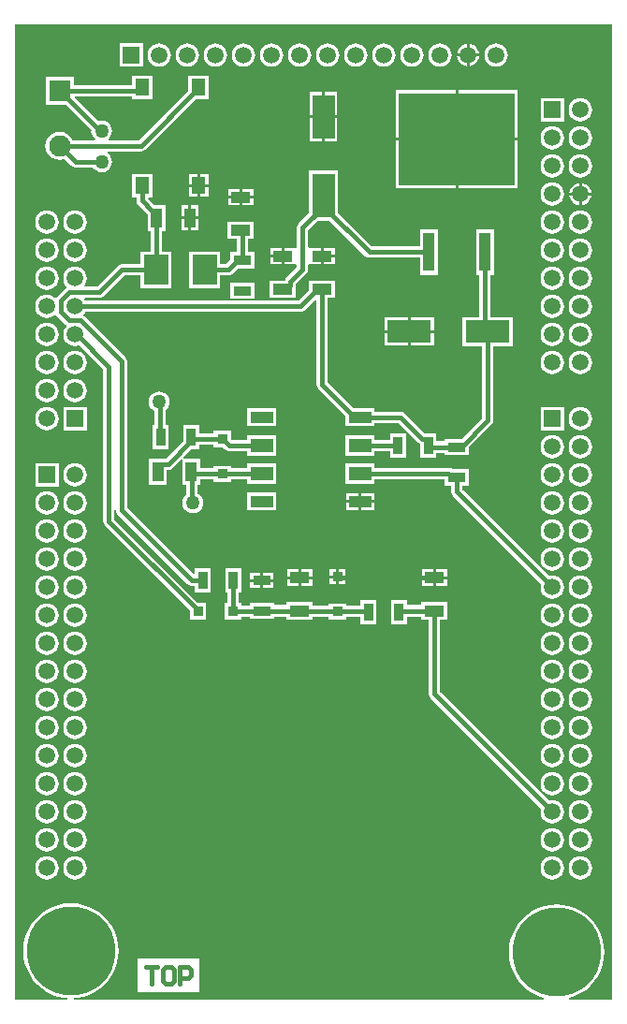
<source format=gtl>
G04*
G04 #@! TF.GenerationSoftware,Altium Limited,Altium Designer,20.0.13 (296)*
G04*
G04 Layer_Physical_Order=1*
G04 Layer_Color=255*
%FSLAX25Y25*%
%MOIN*%
G70*
G01*
G75*
%ADD10R,0.05118X0.05906*%
%ADD11R,0.41299X0.32992*%
%ADD12R,0.04000X0.13795*%
%ADD13R,0.07874X0.15748*%
%ADD14R,0.03937X0.07087*%
%ADD15R,0.08500X0.10799*%
%ADD16R,0.06299X0.03347*%
%ADD17R,0.07087X0.03937*%
%ADD18R,0.15748X0.07874*%
%ADD19R,0.03347X0.06299*%
%ADD20R,0.07874X0.05000*%
%ADD21R,0.07874X0.04000*%
%ADD22R,0.03740X0.03543*%
%ADD23R,0.03543X0.03740*%
%ADD24C,0.01600*%
%ADD25C,0.01787*%
%ADD26C,0.05906*%
%ADD27R,0.05906X0.05906*%
%ADD28R,0.05906X0.05906*%
%ADD29R,0.07677X0.07677*%
%ADD30C,0.07677*%
%ADD31C,0.31496*%
%ADD32C,0.05000*%
G36*
X214388Y347500D02*
Y49500D01*
Y1612D01*
X198937D01*
X198888Y2112D01*
X198891Y2113D01*
X200992Y2826D01*
X202983Y3808D01*
X204828Y5040D01*
X206496Y6504D01*
X207960Y8172D01*
X209192Y10017D01*
X210174Y12008D01*
X210887Y14109D01*
X211320Y16286D01*
X211466Y18500D01*
X211320Y20714D01*
X210887Y22891D01*
X210174Y24992D01*
X209192Y26983D01*
X207960Y28828D01*
X206496Y30496D01*
X204828Y31960D01*
X202983Y33193D01*
X200992Y34174D01*
X198891Y34887D01*
X196714Y35320D01*
X194500Y35465D01*
X192286Y35320D01*
X190109Y34887D01*
X188008Y34174D01*
X186017Y33193D01*
X184172Y31960D01*
X182504Y30496D01*
X181040Y28828D01*
X179807Y26983D01*
X178826Y24992D01*
X178113Y22891D01*
X177680Y20714D01*
X177534Y18500D01*
X177680Y16286D01*
X178113Y14109D01*
X178826Y12008D01*
X179807Y10017D01*
X181040Y8172D01*
X182504Y6504D01*
X184172Y5040D01*
X186017Y3808D01*
X188008Y2826D01*
X190109Y2113D01*
X190112Y2112D01*
X190062Y1612D01*
X22699D01*
X22683Y2112D01*
X23714Y2180D01*
X25891Y2613D01*
X27992Y3326D01*
X29983Y4307D01*
X31828Y5540D01*
X33496Y7004D01*
X34960Y8672D01*
X36193Y10517D01*
X37174Y12508D01*
X37887Y14609D01*
X38320Y16786D01*
X38465Y19000D01*
X38320Y21214D01*
X37887Y23391D01*
X37174Y25492D01*
X36193Y27483D01*
X34960Y29328D01*
X33496Y30996D01*
X31828Y32460D01*
X29983Y33692D01*
X27992Y34674D01*
X25891Y35387D01*
X23714Y35820D01*
X21500Y35965D01*
X19286Y35820D01*
X17109Y35387D01*
X15008Y34674D01*
X13017Y33692D01*
X11172Y32460D01*
X9504Y30996D01*
X8040Y29328D01*
X6808Y27483D01*
X5826Y25492D01*
X5113Y23391D01*
X4680Y21214D01*
X4535Y19000D01*
X4680Y16786D01*
X5113Y14609D01*
X5826Y12508D01*
X6808Y10517D01*
X8040Y8672D01*
X9504Y7004D01*
X11172Y5540D01*
X13017Y4307D01*
X15008Y3326D01*
X17109Y2613D01*
X19286Y2180D01*
X20317Y2112D01*
X20301Y1612D01*
X1612D01*
Y347500D01*
Y348888D01*
X214388D01*
Y347500D01*
D02*
G37*
%LPC*%
G36*
X163500Y341921D02*
Y338500D01*
X166921D01*
X166851Y339032D01*
X166453Y339993D01*
X165819Y340819D01*
X164993Y341453D01*
X164032Y341851D01*
X163500Y341921D01*
D02*
G37*
G36*
X162500D02*
X161968Y341851D01*
X161007Y341453D01*
X160181Y340819D01*
X159547Y339993D01*
X159149Y339032D01*
X159079Y338500D01*
X162500D01*
Y341921D01*
D02*
G37*
G36*
X166921Y337500D02*
X163500D01*
Y334079D01*
X164032Y334149D01*
X164993Y334547D01*
X165819Y335181D01*
X166453Y336007D01*
X166851Y336968D01*
X166921Y337500D01*
D02*
G37*
G36*
X162500D02*
X159079D01*
X159149Y336968D01*
X159547Y336007D01*
X160181Y335181D01*
X161007Y334547D01*
X161968Y334149D01*
X162500Y334079D01*
Y337500D01*
D02*
G37*
G36*
X47134Y342134D02*
X38866D01*
Y333866D01*
X47134D01*
Y342134D01*
D02*
G37*
G36*
X173000Y342169D02*
X171921Y342027D01*
X170915Y341611D01*
X170052Y340948D01*
X169389Y340085D01*
X168973Y339079D01*
X168831Y338000D01*
X168973Y336921D01*
X169389Y335915D01*
X170052Y335052D01*
X170915Y334389D01*
X171921Y333973D01*
X173000Y333830D01*
X174079Y333973D01*
X175085Y334389D01*
X175948Y335052D01*
X176611Y335915D01*
X177027Y336921D01*
X177170Y338000D01*
X177027Y339079D01*
X176611Y340085D01*
X175948Y340948D01*
X175085Y341611D01*
X174079Y342027D01*
X173000Y342169D01*
D02*
G37*
G36*
X153000D02*
X151921Y342027D01*
X150915Y341611D01*
X150052Y340948D01*
X149389Y340085D01*
X148973Y339079D01*
X148830Y338000D01*
X148973Y336921D01*
X149389Y335915D01*
X150052Y335052D01*
X150915Y334389D01*
X151921Y333973D01*
X153000Y333830D01*
X154079Y333973D01*
X155085Y334389D01*
X155948Y335052D01*
X156611Y335915D01*
X157027Y336921D01*
X157169Y338000D01*
X157027Y339079D01*
X156611Y340085D01*
X155948Y340948D01*
X155085Y341611D01*
X154079Y342027D01*
X153000Y342169D01*
D02*
G37*
G36*
X143000D02*
X141921Y342027D01*
X140915Y341611D01*
X140052Y340948D01*
X139389Y340085D01*
X138973Y339079D01*
X138830Y338000D01*
X138973Y336921D01*
X139389Y335915D01*
X140052Y335052D01*
X140915Y334389D01*
X141921Y333973D01*
X143000Y333830D01*
X144079Y333973D01*
X145085Y334389D01*
X145948Y335052D01*
X146611Y335915D01*
X147027Y336921D01*
X147169Y338000D01*
X147027Y339079D01*
X146611Y340085D01*
X145948Y340948D01*
X145085Y341611D01*
X144079Y342027D01*
X143000Y342169D01*
D02*
G37*
G36*
X133000D02*
X131921Y342027D01*
X130915Y341611D01*
X130052Y340948D01*
X129389Y340085D01*
X128973Y339079D01*
X128831Y338000D01*
X128973Y336921D01*
X129389Y335915D01*
X130052Y335052D01*
X130915Y334389D01*
X131921Y333973D01*
X133000Y333830D01*
X134079Y333973D01*
X135085Y334389D01*
X135948Y335052D01*
X136611Y335915D01*
X137027Y336921D01*
X137170Y338000D01*
X137027Y339079D01*
X136611Y340085D01*
X135948Y340948D01*
X135085Y341611D01*
X134079Y342027D01*
X133000Y342169D01*
D02*
G37*
G36*
X123000D02*
X121921Y342027D01*
X120915Y341611D01*
X120052Y340948D01*
X119389Y340085D01*
X118973Y339079D01*
X118831Y338000D01*
X118973Y336921D01*
X119389Y335915D01*
X120052Y335052D01*
X120915Y334389D01*
X121921Y333973D01*
X123000Y333830D01*
X124079Y333973D01*
X125085Y334389D01*
X125948Y335052D01*
X126611Y335915D01*
X127027Y336921D01*
X127170Y338000D01*
X127027Y339079D01*
X126611Y340085D01*
X125948Y340948D01*
X125085Y341611D01*
X124079Y342027D01*
X123000Y342169D01*
D02*
G37*
G36*
X113000D02*
X111921Y342027D01*
X110915Y341611D01*
X110052Y340948D01*
X109389Y340085D01*
X108973Y339079D01*
X108830Y338000D01*
X108973Y336921D01*
X109389Y335915D01*
X110052Y335052D01*
X110915Y334389D01*
X111921Y333973D01*
X113000Y333830D01*
X114079Y333973D01*
X115085Y334389D01*
X115948Y335052D01*
X116611Y335915D01*
X117027Y336921D01*
X117169Y338000D01*
X117027Y339079D01*
X116611Y340085D01*
X115948Y340948D01*
X115085Y341611D01*
X114079Y342027D01*
X113000Y342169D01*
D02*
G37*
G36*
X103000D02*
X101921Y342027D01*
X100915Y341611D01*
X100052Y340948D01*
X99389Y340085D01*
X98973Y339079D01*
X98830Y338000D01*
X98973Y336921D01*
X99389Y335915D01*
X100052Y335052D01*
X100915Y334389D01*
X101921Y333973D01*
X103000Y333830D01*
X104079Y333973D01*
X105085Y334389D01*
X105948Y335052D01*
X106611Y335915D01*
X107027Y336921D01*
X107169Y338000D01*
X107027Y339079D01*
X106611Y340085D01*
X105948Y340948D01*
X105085Y341611D01*
X104079Y342027D01*
X103000Y342169D01*
D02*
G37*
G36*
X93000D02*
X91921Y342027D01*
X90915Y341611D01*
X90052Y340948D01*
X89389Y340085D01*
X88973Y339079D01*
X88831Y338000D01*
X88973Y336921D01*
X89389Y335915D01*
X90052Y335052D01*
X90915Y334389D01*
X91921Y333973D01*
X93000Y333830D01*
X94079Y333973D01*
X95085Y334389D01*
X95948Y335052D01*
X96611Y335915D01*
X97027Y336921D01*
X97170Y338000D01*
X97027Y339079D01*
X96611Y340085D01*
X95948Y340948D01*
X95085Y341611D01*
X94079Y342027D01*
X93000Y342169D01*
D02*
G37*
G36*
X83000D02*
X81921Y342027D01*
X80915Y341611D01*
X80052Y340948D01*
X79389Y340085D01*
X78973Y339079D01*
X78830Y338000D01*
X78973Y336921D01*
X79389Y335915D01*
X80052Y335052D01*
X80915Y334389D01*
X81921Y333973D01*
X83000Y333830D01*
X84079Y333973D01*
X85085Y334389D01*
X85948Y335052D01*
X86611Y335915D01*
X87027Y336921D01*
X87169Y338000D01*
X87027Y339079D01*
X86611Y340085D01*
X85948Y340948D01*
X85085Y341611D01*
X84079Y342027D01*
X83000Y342169D01*
D02*
G37*
G36*
X73000D02*
X71921Y342027D01*
X70915Y341611D01*
X70052Y340948D01*
X69389Y340085D01*
X68973Y339079D01*
X68831Y338000D01*
X68973Y336921D01*
X69389Y335915D01*
X70052Y335052D01*
X70915Y334389D01*
X71921Y333973D01*
X73000Y333830D01*
X74079Y333973D01*
X75085Y334389D01*
X75948Y335052D01*
X76611Y335915D01*
X77027Y336921D01*
X77170Y338000D01*
X77027Y339079D01*
X76611Y340085D01*
X75948Y340948D01*
X75085Y341611D01*
X74079Y342027D01*
X73000Y342169D01*
D02*
G37*
G36*
X63000D02*
X61921Y342027D01*
X60915Y341611D01*
X60052Y340948D01*
X59389Y340085D01*
X58973Y339079D01*
X58830Y338000D01*
X58973Y336921D01*
X59389Y335915D01*
X60052Y335052D01*
X60915Y334389D01*
X61921Y333973D01*
X63000Y333830D01*
X64079Y333973D01*
X65085Y334389D01*
X65948Y335052D01*
X66611Y335915D01*
X67027Y336921D01*
X67169Y338000D01*
X67027Y339079D01*
X66611Y340085D01*
X65948Y340948D01*
X65085Y341611D01*
X64079Y342027D01*
X63000Y342169D01*
D02*
G37*
G36*
X53000D02*
X51921Y342027D01*
X50915Y341611D01*
X50052Y340948D01*
X49389Y340085D01*
X48973Y339079D01*
X48831Y338000D01*
X48973Y336921D01*
X49389Y335915D01*
X50052Y335052D01*
X50915Y334389D01*
X51921Y333973D01*
X53000Y333830D01*
X54079Y333973D01*
X55085Y334389D01*
X55948Y335052D01*
X56611Y335915D01*
X57027Y336921D01*
X57170Y338000D01*
X57027Y339079D01*
X56611Y340085D01*
X55948Y340948D01*
X55085Y341611D01*
X54079Y342027D01*
X53000Y342169D01*
D02*
G37*
G36*
X70780Y330654D02*
X63299D01*
Y325242D01*
X45734Y307677D01*
X35038D01*
X34868Y308177D01*
X35125Y308375D01*
X35715Y309144D01*
X36086Y310039D01*
X36213Y311000D01*
X36086Y311961D01*
X35715Y312856D01*
X35125Y313625D01*
X34356Y314215D01*
X33461Y314586D01*
X32500Y314713D01*
X31539Y314586D01*
X31238Y314461D01*
X22876Y322823D01*
X23084Y323323D01*
X43220D01*
Y322386D01*
X50701D01*
Y330654D01*
X43220D01*
Y327362D01*
X22520D01*
Y330362D01*
X12480D01*
Y320323D01*
X19663D01*
X28810Y311176D01*
X28787Y311000D01*
X28914Y310039D01*
X29285Y309144D01*
X29875Y308375D01*
X30132Y308177D01*
X29962Y307677D01*
X22097D01*
X21885Y308189D01*
X21080Y309238D01*
X20031Y310042D01*
X18810Y310548D01*
X17500Y310720D01*
X16190Y310548D01*
X14968Y310042D01*
X13920Y309238D01*
X13115Y308189D01*
X12609Y306968D01*
X12437Y305658D01*
X12609Y304347D01*
X13115Y303126D01*
X13920Y302077D01*
X14968Y301273D01*
X16190Y300767D01*
X17500Y300594D01*
X18810Y300767D01*
X19322Y300979D01*
X21729Y298572D01*
X22385Y298134D01*
X23157Y297980D01*
X29410D01*
X29875Y297375D01*
X30644Y296785D01*
X31539Y296414D01*
X32500Y296287D01*
X33461Y296414D01*
X34356Y296785D01*
X35125Y297375D01*
X35715Y298144D01*
X36086Y299039D01*
X36213Y300000D01*
X36086Y300961D01*
X35715Y301856D01*
X35125Y302625D01*
X34458Y303138D01*
X34552Y303572D01*
X34588Y303638D01*
X46571D01*
X47344Y303791D01*
X47999Y304229D01*
X66156Y322386D01*
X70780D01*
Y330654D01*
D02*
G37*
G36*
X116437Y324850D02*
X112000D01*
Y316476D01*
X116437D01*
Y324850D01*
D02*
G37*
G36*
X111000D02*
X106563D01*
Y316476D01*
X111000D01*
Y324850D01*
D02*
G37*
G36*
X197134Y322634D02*
X188866D01*
Y314366D01*
X197134D01*
Y322634D01*
D02*
G37*
G36*
X203000Y322670D02*
X201921Y322527D01*
X200915Y322111D01*
X200052Y321448D01*
X199389Y320585D01*
X198973Y319579D01*
X198830Y318500D01*
X198973Y317421D01*
X199389Y316415D01*
X200052Y315552D01*
X200915Y314889D01*
X201921Y314473D01*
X203000Y314331D01*
X204079Y314473D01*
X205085Y314889D01*
X205948Y315552D01*
X206611Y316415D01*
X207027Y317421D01*
X207170Y318500D01*
X207027Y319579D01*
X206611Y320585D01*
X205948Y321448D01*
X205085Y322111D01*
X204079Y322527D01*
X203000Y322670D01*
D02*
G37*
G36*
X180650Y325496D02*
X159500D01*
Y308500D01*
X180650D01*
Y325496D01*
D02*
G37*
G36*
X158500D02*
X137350D01*
Y308500D01*
X158500D01*
Y325496D01*
D02*
G37*
G36*
X116437Y315476D02*
X112000D01*
Y307102D01*
X116437D01*
Y315476D01*
D02*
G37*
G36*
X111000D02*
X106563D01*
Y307102D01*
X111000D01*
Y315476D01*
D02*
G37*
G36*
X203000Y312669D02*
X201921Y312527D01*
X200915Y312111D01*
X200052Y311448D01*
X199389Y310585D01*
X198973Y309579D01*
X198830Y308500D01*
X198973Y307421D01*
X199389Y306415D01*
X200052Y305552D01*
X200915Y304889D01*
X201921Y304473D01*
X203000Y304330D01*
X204079Y304473D01*
X205085Y304889D01*
X205948Y305552D01*
X206611Y306415D01*
X207027Y307421D01*
X207170Y308500D01*
X207027Y309579D01*
X206611Y310585D01*
X205948Y311448D01*
X205085Y312111D01*
X204079Y312527D01*
X203000Y312669D01*
D02*
G37*
G36*
X193000D02*
X191921Y312527D01*
X190915Y312111D01*
X190052Y311448D01*
X189389Y310585D01*
X188973Y309579D01*
X188830Y308500D01*
X188973Y307421D01*
X189389Y306415D01*
X190052Y305552D01*
X190915Y304889D01*
X191921Y304473D01*
X193000Y304330D01*
X194079Y304473D01*
X195085Y304889D01*
X195948Y305552D01*
X196611Y306415D01*
X197027Y307421D01*
X197169Y308500D01*
X197027Y309579D01*
X196611Y310585D01*
X195948Y311448D01*
X195085Y312111D01*
X194079Y312527D01*
X193000Y312669D01*
D02*
G37*
G36*
X203000Y302670D02*
X201921Y302527D01*
X200915Y302111D01*
X200052Y301448D01*
X199389Y300585D01*
X198973Y299579D01*
X198830Y298500D01*
X198973Y297421D01*
X199389Y296415D01*
X200052Y295552D01*
X200915Y294889D01*
X201921Y294473D01*
X203000Y294331D01*
X204079Y294473D01*
X205085Y294889D01*
X205948Y295552D01*
X206611Y296415D01*
X207027Y297421D01*
X207170Y298500D01*
X207027Y299579D01*
X206611Y300585D01*
X205948Y301448D01*
X205085Y302111D01*
X204079Y302527D01*
X203000Y302670D01*
D02*
G37*
G36*
X193000D02*
X191921Y302527D01*
X190915Y302111D01*
X190052Y301448D01*
X189389Y300585D01*
X188973Y299579D01*
X188830Y298500D01*
X188973Y297421D01*
X189389Y296415D01*
X190052Y295552D01*
X190915Y294889D01*
X191921Y294473D01*
X193000Y294331D01*
X194079Y294473D01*
X195085Y294889D01*
X195948Y295552D01*
X196611Y296415D01*
X197027Y297421D01*
X197169Y298500D01*
X197027Y299579D01*
X196611Y300585D01*
X195948Y301448D01*
X195085Y302111D01*
X194079Y302527D01*
X193000Y302670D01*
D02*
G37*
G36*
X70598Y295433D02*
X67539D01*
Y291980D01*
X70598D01*
Y295433D01*
D02*
G37*
G36*
X66539D02*
X63480D01*
Y291980D01*
X66539D01*
Y295433D01*
D02*
G37*
G36*
X180650Y307500D02*
X159500D01*
Y290504D01*
X180650D01*
Y307500D01*
D02*
G37*
G36*
X158500D02*
X137350D01*
Y290504D01*
X158500D01*
Y307500D01*
D02*
G37*
G36*
X203500Y292421D02*
Y289000D01*
X206921D01*
X206851Y289532D01*
X206453Y290493D01*
X205819Y291319D01*
X204993Y291953D01*
X204032Y292351D01*
X203500Y292421D01*
D02*
G37*
G36*
X202500D02*
X201968Y292351D01*
X201007Y291953D01*
X200181Y291319D01*
X199547Y290493D01*
X199149Y289532D01*
X199079Y289000D01*
X202500D01*
Y292421D01*
D02*
G37*
G36*
X86543Y290374D02*
X82500D01*
Y287906D01*
X86543D01*
Y290374D01*
D02*
G37*
G36*
X81500D02*
X77457D01*
Y287906D01*
X81500D01*
Y290374D01*
D02*
G37*
G36*
X70598Y290980D02*
X67539D01*
Y287528D01*
X70598D01*
Y290980D01*
D02*
G37*
G36*
X66539D02*
X63480D01*
Y287528D01*
X66539D01*
Y290980D01*
D02*
G37*
G36*
X206921Y288000D02*
X203500D01*
Y284579D01*
X204032Y284649D01*
X204993Y285047D01*
X205819Y285681D01*
X206453Y286507D01*
X206851Y287468D01*
X206921Y288000D01*
D02*
G37*
G36*
X202500D02*
X199079D01*
X199149Y287468D01*
X199547Y286507D01*
X200181Y285681D01*
X201007Y285047D01*
X201968Y284649D01*
X202500Y284579D01*
Y288000D01*
D02*
G37*
G36*
X86543Y286906D02*
X82500D01*
Y284437D01*
X86543D01*
Y286906D01*
D02*
G37*
G36*
X81500D02*
X77457D01*
Y284437D01*
X81500D01*
Y286906D01*
D02*
G37*
G36*
X193000Y292670D02*
X191921Y292527D01*
X190915Y292111D01*
X190052Y291448D01*
X189389Y290585D01*
X188973Y289579D01*
X188830Y288500D01*
X188973Y287421D01*
X189389Y286415D01*
X190052Y285552D01*
X190915Y284889D01*
X191921Y284473D01*
X193000Y284331D01*
X194079Y284473D01*
X195085Y284889D01*
X195948Y285552D01*
X196611Y286415D01*
X197027Y287421D01*
X197169Y288500D01*
X197027Y289579D01*
X196611Y290585D01*
X195948Y291448D01*
X195085Y292111D01*
X194079Y292527D01*
X193000Y292670D01*
D02*
G37*
G36*
X66874Y284543D02*
X64406D01*
Y280500D01*
X66874D01*
Y284543D01*
D02*
G37*
G36*
X63406D02*
X60937D01*
Y280500D01*
X63406D01*
Y284543D01*
D02*
G37*
G36*
X66874Y279500D02*
X64406D01*
Y275457D01*
X66874D01*
Y279500D01*
D02*
G37*
G36*
X63406D02*
X60937D01*
Y275457D01*
X63406D01*
Y279500D01*
D02*
G37*
G36*
X203000Y282669D02*
X201921Y282527D01*
X200915Y282111D01*
X200052Y281448D01*
X199389Y280585D01*
X198973Y279579D01*
X198830Y278500D01*
X198973Y277421D01*
X199389Y276415D01*
X200052Y275552D01*
X200915Y274889D01*
X201921Y274473D01*
X203000Y274330D01*
X204079Y274473D01*
X205085Y274889D01*
X205948Y275552D01*
X206611Y276415D01*
X207027Y277421D01*
X207170Y278500D01*
X207027Y279579D01*
X206611Y280585D01*
X205948Y281448D01*
X205085Y282111D01*
X204079Y282527D01*
X203000Y282669D01*
D02*
G37*
G36*
X193000D02*
X191921Y282527D01*
X190915Y282111D01*
X190052Y281448D01*
X189389Y280585D01*
X188973Y279579D01*
X188830Y278500D01*
X188973Y277421D01*
X189389Y276415D01*
X190052Y275552D01*
X190915Y274889D01*
X191921Y274473D01*
X193000Y274330D01*
X194079Y274473D01*
X195085Y274889D01*
X195948Y275552D01*
X196611Y276415D01*
X197027Y277421D01*
X197169Y278500D01*
X197027Y279579D01*
X196611Y280585D01*
X195948Y281448D01*
X195085Y282111D01*
X194079Y282527D01*
X193000Y282669D01*
D02*
G37*
G36*
X23000D02*
X21921Y282527D01*
X20915Y282111D01*
X20052Y281448D01*
X19389Y280585D01*
X18973Y279579D01*
X18831Y278500D01*
X18973Y277421D01*
X19389Y276415D01*
X20052Y275552D01*
X20915Y274889D01*
X21921Y274473D01*
X23000Y274330D01*
X24079Y274473D01*
X25085Y274889D01*
X25948Y275552D01*
X26611Y276415D01*
X27027Y277421D01*
X27169Y278500D01*
X27027Y279579D01*
X26611Y280585D01*
X25948Y281448D01*
X25085Y282111D01*
X24079Y282527D01*
X23000Y282669D01*
D02*
G37*
G36*
X13000D02*
X11921Y282527D01*
X10915Y282111D01*
X10052Y281448D01*
X9389Y280585D01*
X8973Y279579D01*
X8830Y278500D01*
X8973Y277421D01*
X9389Y276415D01*
X10052Y275552D01*
X10915Y274889D01*
X11921Y274473D01*
X13000Y274330D01*
X14079Y274473D01*
X15085Y274889D01*
X15948Y275552D01*
X16611Y276415D01*
X17027Y277421D01*
X17169Y278500D01*
X17027Y279579D01*
X16611Y280585D01*
X15948Y281448D01*
X15085Y282111D01*
X14079Y282527D01*
X13000Y282669D01*
D02*
G37*
G36*
X111500Y269374D02*
Y266905D01*
X115543D01*
Y269374D01*
X111500D01*
D02*
G37*
G36*
X96500D02*
X92457D01*
Y266905D01*
X96500D01*
Y269374D01*
D02*
G37*
G36*
X203000Y272670D02*
X201921Y272527D01*
X200915Y272111D01*
X200052Y271448D01*
X199389Y270585D01*
X198973Y269579D01*
X198830Y268500D01*
X198973Y267421D01*
X199389Y266415D01*
X200052Y265552D01*
X200915Y264889D01*
X201921Y264473D01*
X203000Y264331D01*
X204079Y264473D01*
X205085Y264889D01*
X205948Y265552D01*
X206611Y266415D01*
X207027Y267421D01*
X207170Y268500D01*
X207027Y269579D01*
X206611Y270585D01*
X205948Y271448D01*
X205085Y272111D01*
X204079Y272527D01*
X203000Y272670D01*
D02*
G37*
G36*
X193000D02*
X191921Y272527D01*
X190915Y272111D01*
X190052Y271448D01*
X189389Y270585D01*
X188973Y269579D01*
X188830Y268500D01*
X188973Y267421D01*
X189389Y266415D01*
X190052Y265552D01*
X190915Y264889D01*
X191921Y264473D01*
X193000Y264331D01*
X194079Y264473D01*
X195085Y264889D01*
X195948Y265552D01*
X196611Y266415D01*
X197027Y267421D01*
X197169Y268500D01*
X197027Y269579D01*
X196611Y270585D01*
X195948Y271448D01*
X195085Y272111D01*
X194079Y272527D01*
X193000Y272670D01*
D02*
G37*
G36*
X23000D02*
X21921Y272527D01*
X20915Y272111D01*
X20052Y271448D01*
X19389Y270585D01*
X18973Y269579D01*
X18831Y268500D01*
X18973Y267421D01*
X19389Y266415D01*
X20052Y265552D01*
X20915Y264889D01*
X21921Y264473D01*
X23000Y264331D01*
X24079Y264473D01*
X25085Y264889D01*
X25948Y265552D01*
X26611Y266415D01*
X27027Y267421D01*
X27169Y268500D01*
X27027Y269579D01*
X26611Y270585D01*
X25948Y271448D01*
X25085Y272111D01*
X24079Y272527D01*
X23000Y272670D01*
D02*
G37*
G36*
X13000D02*
X11921Y272527D01*
X10915Y272111D01*
X10052Y271448D01*
X9389Y270585D01*
X8973Y269579D01*
X8830Y268500D01*
X8973Y267421D01*
X9389Y266415D01*
X10052Y265552D01*
X10915Y264889D01*
X11921Y264473D01*
X13000Y264331D01*
X14079Y264473D01*
X15085Y264889D01*
X15948Y265552D01*
X16611Y266415D01*
X17027Y267421D01*
X17169Y268500D01*
X17027Y269579D01*
X16611Y270585D01*
X15948Y271448D01*
X15085Y272111D01*
X14079Y272527D01*
X13000Y272670D01*
D02*
G37*
G36*
X86724Y278744D02*
X77276D01*
Y272445D01*
X80480D01*
Y267768D01*
X78169D01*
Y264916D01*
X76774Y263520D01*
X74632D01*
Y268081D01*
X63770D01*
Y254919D01*
X74632D01*
Y259480D01*
X77610D01*
X78383Y259634D01*
X79039Y260072D01*
X81026Y262059D01*
X86831D01*
Y267768D01*
X84520D01*
Y272445D01*
X86724D01*
Y278744D01*
D02*
G37*
G36*
X115543Y265905D02*
X111500D01*
Y263437D01*
X115543D01*
Y265905D01*
D02*
G37*
G36*
X96500D02*
X92457D01*
Y263437D01*
X96500D01*
Y265905D01*
D02*
G37*
G36*
X116618Y297079D02*
X106382D01*
Y281825D01*
X102572Y278015D01*
X102134Y277360D01*
X101980Y276587D01*
Y269527D01*
X101543Y269374D01*
X101480Y269374D01*
X97500D01*
Y266406D01*
Y263437D01*
X101480D01*
X101543Y263437D01*
X101980Y263284D01*
Y262431D01*
X98315Y258766D01*
X97877Y258111D01*
X97804Y257744D01*
X92276D01*
Y251445D01*
X101724D01*
Y255568D01*
X101763Y255763D01*
Y256501D01*
X105428Y260166D01*
X105866Y260822D01*
X106020Y261595D01*
Y263284D01*
X106457Y263437D01*
X106520Y263437D01*
X110500D01*
Y266406D01*
Y269374D01*
X106520D01*
X106457Y269374D01*
X106020Y269527D01*
Y275750D01*
X109239Y278969D01*
X113761D01*
X126367Y266363D01*
X127022Y265925D01*
X127795Y265771D01*
X145819D01*
Y259713D01*
X152181D01*
Y275870D01*
X145819D01*
Y269811D01*
X128632D01*
X116618Y281825D01*
Y297079D01*
D02*
G37*
G36*
X50701Y295614D02*
X43220D01*
Y287347D01*
X44941D01*
Y286128D01*
X45094Y285355D01*
X45532Y284699D01*
X48917Y281315D01*
X48945Y281296D01*
Y275276D01*
X50075D01*
Y268081D01*
X46368D01*
Y263520D01*
X39675D01*
X38902Y263366D01*
X38246Y262928D01*
X30838Y255520D01*
X26554D01*
X26308Y256020D01*
X26611Y256415D01*
X27027Y257421D01*
X27169Y258500D01*
X27027Y259579D01*
X26611Y260585D01*
X25948Y261448D01*
X25085Y262111D01*
X24079Y262527D01*
X23000Y262669D01*
X21921Y262527D01*
X20915Y262111D01*
X20052Y261448D01*
X19389Y260585D01*
X18973Y259579D01*
X18831Y258500D01*
X18973Y257421D01*
X19389Y256415D01*
X19923Y255719D01*
X19900Y255196D01*
X19849Y255077D01*
X19528Y254862D01*
X16638Y251972D01*
X16423Y251651D01*
X16304Y251600D01*
X15781Y251577D01*
X15085Y252111D01*
X14079Y252527D01*
X13000Y252670D01*
X11921Y252527D01*
X10915Y252111D01*
X10052Y251448D01*
X9389Y250585D01*
X8973Y249579D01*
X8830Y248500D01*
X8973Y247421D01*
X9389Y246415D01*
X10052Y245552D01*
X10915Y244889D01*
X11921Y244473D01*
X13000Y244331D01*
X14079Y244473D01*
X15085Y244889D01*
X15781Y245423D01*
X16304Y245400D01*
X16423Y245349D01*
X16638Y245028D01*
X19660Y242006D01*
X19861Y241872D01*
X19897Y241246D01*
X19389Y240585D01*
X18973Y239579D01*
X18831Y238500D01*
X18973Y237421D01*
X19389Y236415D01*
X20052Y235552D01*
X20915Y234889D01*
X21921Y234473D01*
X23000Y234331D01*
X24079Y234473D01*
X24498Y234646D01*
X32980Y226164D01*
Y171898D01*
X33134Y171125D01*
X33572Y170469D01*
X63846Y140195D01*
Y136949D01*
X69752D01*
Y143051D01*
X66703D01*
X37020Y172734D01*
Y175764D01*
X37520Y175813D01*
X37634Y175240D01*
X38072Y174585D01*
X63085Y149572D01*
X63740Y149134D01*
X64513Y148980D01*
X65732D01*
Y146669D01*
X71441D01*
Y155331D01*
X65732D01*
Y153304D01*
X65232Y153138D01*
X41520Y176850D01*
Y228977D01*
X41366Y229750D01*
X40928Y230406D01*
X26472Y244862D01*
X26151Y245077D01*
X26100Y245196D01*
X26077Y245719D01*
X26611Y246415D01*
X26638Y246480D01*
X103331D01*
X104104Y246634D01*
X104759Y247072D01*
X108518Y250831D01*
X108980Y250640D01*
Y220583D01*
X109134Y219810D01*
X109572Y219154D01*
X119402Y209325D01*
Y205819D01*
X129638D01*
Y206980D01*
X138077D01*
X145135Y199921D01*
X145791Y199483D01*
X146059Y199430D01*
Y194669D01*
X151768D01*
Y196394D01*
X154669D01*
Y195559D01*
X163331D01*
Y198411D01*
X171405Y206485D01*
X171843Y207140D01*
X171996Y207913D01*
Y234382D01*
X179032D01*
Y244618D01*
X171020D01*
Y259713D01*
X172181D01*
Y275870D01*
X165819D01*
Y259713D01*
X166980D01*
Y244618D01*
X160921D01*
Y234382D01*
X167956D01*
Y208750D01*
X160474Y201268D01*
X154669D01*
Y200433D01*
X151768D01*
Y203331D01*
X148235D01*
X148040Y203369D01*
X147400D01*
X140342Y210428D01*
X139686Y210866D01*
X138913Y211020D01*
X129638D01*
Y212181D01*
X122258D01*
X113020Y221419D01*
Y251445D01*
X115724D01*
Y257744D01*
X106276D01*
Y254302D01*
X102494Y250520D01*
X26638D01*
X26611Y250585D01*
X26308Y250980D01*
X26554Y251480D01*
X31675D01*
X32448Y251634D01*
X33103Y252072D01*
X40511Y259480D01*
X46368D01*
Y254919D01*
X57230D01*
Y268081D01*
X54114D01*
Y275276D01*
X55244D01*
Y284724D01*
X51220D01*
X49098Y286846D01*
X49265Y287347D01*
X50701D01*
Y295614D01*
D02*
G37*
G36*
X203000Y262669D02*
X201921Y262527D01*
X200915Y262111D01*
X200052Y261448D01*
X199389Y260585D01*
X198973Y259579D01*
X198830Y258500D01*
X198973Y257421D01*
X199389Y256415D01*
X200052Y255552D01*
X200915Y254889D01*
X201921Y254473D01*
X203000Y254330D01*
X204079Y254473D01*
X205085Y254889D01*
X205948Y255552D01*
X206611Y256415D01*
X207027Y257421D01*
X207170Y258500D01*
X207027Y259579D01*
X206611Y260585D01*
X205948Y261448D01*
X205085Y262111D01*
X204079Y262527D01*
X203000Y262669D01*
D02*
G37*
G36*
X193000D02*
X191921Y262527D01*
X190915Y262111D01*
X190052Y261448D01*
X189389Y260585D01*
X188973Y259579D01*
X188830Y258500D01*
X188973Y257421D01*
X189389Y256415D01*
X190052Y255552D01*
X190915Y254889D01*
X191921Y254473D01*
X193000Y254330D01*
X194079Y254473D01*
X195085Y254889D01*
X195948Y255552D01*
X196611Y256415D01*
X197027Y257421D01*
X197169Y258500D01*
X197027Y259579D01*
X196611Y260585D01*
X195948Y261448D01*
X195085Y262111D01*
X194079Y262527D01*
X193000Y262669D01*
D02*
G37*
G36*
X13000D02*
X11921Y262527D01*
X10915Y262111D01*
X10052Y261448D01*
X9389Y260585D01*
X8973Y259579D01*
X8830Y258500D01*
X8973Y257421D01*
X9389Y256415D01*
X10052Y255552D01*
X10915Y254889D01*
X11921Y254473D01*
X13000Y254330D01*
X14079Y254473D01*
X15085Y254889D01*
X15948Y255552D01*
X16611Y256415D01*
X17027Y257421D01*
X17169Y258500D01*
X17027Y259579D01*
X16611Y260585D01*
X15948Y261448D01*
X15085Y262111D01*
X14079Y262527D01*
X13000Y262669D01*
D02*
G37*
G36*
X86831Y256941D02*
X78169D01*
Y251232D01*
X86831D01*
Y256941D01*
D02*
G37*
G36*
X203000Y252670D02*
X201921Y252527D01*
X200915Y252111D01*
X200052Y251448D01*
X199389Y250585D01*
X198973Y249579D01*
X198830Y248500D01*
X198973Y247421D01*
X199389Y246415D01*
X200052Y245552D01*
X200915Y244889D01*
X201921Y244473D01*
X203000Y244331D01*
X204079Y244473D01*
X205085Y244889D01*
X205948Y245552D01*
X206611Y246415D01*
X207027Y247421D01*
X207170Y248500D01*
X207027Y249579D01*
X206611Y250585D01*
X205948Y251448D01*
X205085Y252111D01*
X204079Y252527D01*
X203000Y252670D01*
D02*
G37*
G36*
X193000D02*
X191921Y252527D01*
X190915Y252111D01*
X190052Y251448D01*
X189389Y250585D01*
X188973Y249579D01*
X188830Y248500D01*
X188973Y247421D01*
X189389Y246415D01*
X190052Y245552D01*
X190915Y244889D01*
X191921Y244473D01*
X193000Y244331D01*
X194079Y244473D01*
X195085Y244889D01*
X195948Y245552D01*
X196611Y246415D01*
X197027Y247421D01*
X197169Y248500D01*
X197027Y249579D01*
X196611Y250585D01*
X195948Y251448D01*
X195085Y252111D01*
X194079Y252527D01*
X193000Y252670D01*
D02*
G37*
G36*
X150898Y244437D02*
X142524D01*
Y240000D01*
X150898D01*
Y244437D01*
D02*
G37*
G36*
X141524D02*
X133150D01*
Y240000D01*
X141524D01*
Y244437D01*
D02*
G37*
G36*
X150898Y239000D02*
X142524D01*
Y234563D01*
X150898D01*
Y239000D01*
D02*
G37*
G36*
X141524D02*
X133150D01*
Y234563D01*
X141524D01*
Y239000D01*
D02*
G37*
G36*
X203000Y242670D02*
X201921Y242527D01*
X200915Y242111D01*
X200052Y241448D01*
X199389Y240585D01*
X198973Y239579D01*
X198830Y238500D01*
X198973Y237421D01*
X199389Y236415D01*
X200052Y235552D01*
X200915Y234889D01*
X201921Y234473D01*
X203000Y234331D01*
X204079Y234473D01*
X205085Y234889D01*
X205948Y235552D01*
X206611Y236415D01*
X207027Y237421D01*
X207170Y238500D01*
X207027Y239579D01*
X206611Y240585D01*
X205948Y241448D01*
X205085Y242111D01*
X204079Y242527D01*
X203000Y242670D01*
D02*
G37*
G36*
X193000D02*
X191921Y242527D01*
X190915Y242111D01*
X190052Y241448D01*
X189389Y240585D01*
X188973Y239579D01*
X188830Y238500D01*
X188973Y237421D01*
X189389Y236415D01*
X190052Y235552D01*
X190915Y234889D01*
X191921Y234473D01*
X193000Y234331D01*
X194079Y234473D01*
X195085Y234889D01*
X195948Y235552D01*
X196611Y236415D01*
X197027Y237421D01*
X197169Y238500D01*
X197027Y239579D01*
X196611Y240585D01*
X195948Y241448D01*
X195085Y242111D01*
X194079Y242527D01*
X193000Y242670D01*
D02*
G37*
G36*
X13000D02*
X11921Y242527D01*
X10915Y242111D01*
X10052Y241448D01*
X9389Y240585D01*
X8973Y239579D01*
X8830Y238500D01*
X8973Y237421D01*
X9389Y236415D01*
X10052Y235552D01*
X10915Y234889D01*
X11921Y234473D01*
X13000Y234331D01*
X14079Y234473D01*
X15085Y234889D01*
X15948Y235552D01*
X16611Y236415D01*
X17027Y237421D01*
X17169Y238500D01*
X17027Y239579D01*
X16611Y240585D01*
X15948Y241448D01*
X15085Y242111D01*
X14079Y242527D01*
X13000Y242670D01*
D02*
G37*
G36*
X203000Y232669D02*
X201921Y232527D01*
X200915Y232111D01*
X200052Y231448D01*
X199389Y230585D01*
X198973Y229579D01*
X198830Y228500D01*
X198973Y227421D01*
X199389Y226415D01*
X200052Y225552D01*
X200915Y224889D01*
X201921Y224473D01*
X203000Y224330D01*
X204079Y224473D01*
X205085Y224889D01*
X205948Y225552D01*
X206611Y226415D01*
X207027Y227421D01*
X207170Y228500D01*
X207027Y229579D01*
X206611Y230585D01*
X205948Y231448D01*
X205085Y232111D01*
X204079Y232527D01*
X203000Y232669D01*
D02*
G37*
G36*
X193000D02*
X191921Y232527D01*
X190915Y232111D01*
X190052Y231448D01*
X189389Y230585D01*
X188973Y229579D01*
X188830Y228500D01*
X188973Y227421D01*
X189389Y226415D01*
X190052Y225552D01*
X190915Y224889D01*
X191921Y224473D01*
X193000Y224330D01*
X194079Y224473D01*
X195085Y224889D01*
X195948Y225552D01*
X196611Y226415D01*
X197027Y227421D01*
X197169Y228500D01*
X197027Y229579D01*
X196611Y230585D01*
X195948Y231448D01*
X195085Y232111D01*
X194079Y232527D01*
X193000Y232669D01*
D02*
G37*
G36*
X23000D02*
X21921Y232527D01*
X20915Y232111D01*
X20052Y231448D01*
X19389Y230585D01*
X18973Y229579D01*
X18831Y228500D01*
X18973Y227421D01*
X19389Y226415D01*
X20052Y225552D01*
X20915Y224889D01*
X21921Y224473D01*
X23000Y224330D01*
X24079Y224473D01*
X25085Y224889D01*
X25948Y225552D01*
X26611Y226415D01*
X27027Y227421D01*
X27169Y228500D01*
X27027Y229579D01*
X26611Y230585D01*
X25948Y231448D01*
X25085Y232111D01*
X24079Y232527D01*
X23000Y232669D01*
D02*
G37*
G36*
X13000D02*
X11921Y232527D01*
X10915Y232111D01*
X10052Y231448D01*
X9389Y230585D01*
X8973Y229579D01*
X8830Y228500D01*
X8973Y227421D01*
X9389Y226415D01*
X10052Y225552D01*
X10915Y224889D01*
X11921Y224473D01*
X13000Y224330D01*
X14079Y224473D01*
X15085Y224889D01*
X15948Y225552D01*
X16611Y226415D01*
X17027Y227421D01*
X17169Y228500D01*
X17027Y229579D01*
X16611Y230585D01*
X15948Y231448D01*
X15085Y232111D01*
X14079Y232527D01*
X13000Y232669D01*
D02*
G37*
G36*
X23000Y222670D02*
X21921Y222527D01*
X20915Y222111D01*
X20052Y221448D01*
X19389Y220585D01*
X18973Y219579D01*
X18831Y218500D01*
X18973Y217421D01*
X19389Y216415D01*
X20052Y215552D01*
X20915Y214889D01*
X21921Y214473D01*
X23000Y214331D01*
X24079Y214473D01*
X25085Y214889D01*
X25948Y215552D01*
X26611Y216415D01*
X27027Y217421D01*
X27169Y218500D01*
X27027Y219579D01*
X26611Y220585D01*
X25948Y221448D01*
X25085Y222111D01*
X24079Y222527D01*
X23000Y222670D01*
D02*
G37*
G36*
X13000D02*
X11921Y222527D01*
X10915Y222111D01*
X10052Y221448D01*
X9389Y220585D01*
X8973Y219579D01*
X8830Y218500D01*
X8973Y217421D01*
X9389Y216415D01*
X10052Y215552D01*
X10915Y214889D01*
X11921Y214473D01*
X13000Y214331D01*
X14079Y214473D01*
X15085Y214889D01*
X15948Y215552D01*
X16611Y216415D01*
X17027Y217421D01*
X17169Y218500D01*
X17027Y219579D01*
X16611Y220585D01*
X15948Y221448D01*
X15085Y222111D01*
X14079Y222527D01*
X13000Y222670D01*
D02*
G37*
G36*
X94598Y212181D02*
X84362D01*
Y205819D01*
X94598D01*
Y212181D01*
D02*
G37*
G36*
X197134Y212634D02*
X188866D01*
Y204366D01*
X197134D01*
Y212634D01*
D02*
G37*
G36*
X27134D02*
X18866D01*
Y204366D01*
X27134D01*
Y212634D01*
D02*
G37*
G36*
X203000Y212669D02*
X201921Y212527D01*
X200915Y212111D01*
X200052Y211448D01*
X199389Y210585D01*
X198973Y209579D01*
X198830Y208500D01*
X198973Y207421D01*
X199389Y206415D01*
X200052Y205552D01*
X200915Y204889D01*
X201921Y204473D01*
X203000Y204330D01*
X204079Y204473D01*
X205085Y204889D01*
X205948Y205552D01*
X206611Y206415D01*
X207027Y207421D01*
X207170Y208500D01*
X207027Y209579D01*
X206611Y210585D01*
X205948Y211448D01*
X205085Y212111D01*
X204079Y212527D01*
X203000Y212669D01*
D02*
G37*
G36*
X13000D02*
X11921Y212527D01*
X10915Y212111D01*
X10052Y211448D01*
X9389Y210585D01*
X8973Y209579D01*
X8830Y208500D01*
X8973Y207421D01*
X9389Y206415D01*
X10052Y205552D01*
X10915Y204889D01*
X11921Y204473D01*
X13000Y204330D01*
X14079Y204473D01*
X15085Y204889D01*
X15948Y205552D01*
X16611Y206415D01*
X17027Y207421D01*
X17169Y208500D01*
X17027Y209579D01*
X16611Y210585D01*
X15948Y211448D01*
X15085Y212111D01*
X14079Y212527D01*
X13000Y212669D01*
D02*
G37*
G36*
X140941Y203331D02*
X135232D01*
Y201020D01*
X129638D01*
Y202681D01*
X119402D01*
Y195319D01*
X129638D01*
Y196980D01*
X135232D01*
Y194669D01*
X140941D01*
Y203331D01*
D02*
G37*
G36*
X53000Y218213D02*
X52039Y218086D01*
X51144Y217715D01*
X50375Y217125D01*
X49785Y216356D01*
X49414Y215461D01*
X49287Y214500D01*
X49414Y213539D01*
X49785Y212644D01*
X50375Y211875D01*
X51144Y211285D01*
X51273Y211231D01*
Y206331D01*
X50732D01*
Y197669D01*
X56441D01*
Y206331D01*
X55313D01*
Y211635D01*
X55625Y211875D01*
X56215Y212644D01*
X56586Y213539D01*
X56713Y214500D01*
X56586Y215461D01*
X56215Y216356D01*
X55625Y217125D01*
X54856Y217715D01*
X53961Y218086D01*
X53000Y218213D01*
D02*
G37*
G36*
X67268Y206331D02*
X61559D01*
Y200526D01*
X55296Y194263D01*
X53763D01*
X53568Y194224D01*
X49445D01*
Y184776D01*
X55744D01*
Y190223D01*
X56133D01*
X56906Y190377D01*
X57561Y190815D01*
X60756Y194010D01*
X61256Y193802D01*
Y184776D01*
X62683D01*
Y181362D01*
X62375Y181125D01*
X61785Y180356D01*
X61414Y179461D01*
X61287Y178500D01*
X61414Y177539D01*
X61785Y176644D01*
X62375Y175875D01*
X63144Y175285D01*
X64039Y174914D01*
X65000Y174787D01*
X65961Y174914D01*
X66856Y175285D01*
X67625Y175875D01*
X68215Y176644D01*
X68586Y177539D01*
X68713Y178500D01*
X68586Y179461D01*
X68215Y180356D01*
X67625Y181125D01*
X66856Y181715D01*
X66723Y181771D01*
Y184776D01*
X67555D01*
Y186779D01*
X72449D01*
Y185846D01*
X78551D01*
Y186779D01*
X84362D01*
Y185319D01*
X94598D01*
Y192681D01*
X84362D01*
Y190819D01*
X78551D01*
Y191752D01*
X72449D01*
Y190819D01*
X67555D01*
Y194224D01*
X61678D01*
X61471Y194724D01*
X64416Y197669D01*
X67268D01*
Y199181D01*
X72449D01*
Y198248D01*
X75695D01*
X76371Y197572D01*
X77026Y197134D01*
X77799Y196980D01*
X84362D01*
Y195319D01*
X94598D01*
Y202681D01*
X84362D01*
Y201020D01*
X78636D01*
X78551Y201105D01*
Y204153D01*
X72449D01*
Y203221D01*
X67268D01*
Y206331D01*
D02*
G37*
G36*
X203000Y202670D02*
X201921Y202527D01*
X200915Y202111D01*
X200052Y201448D01*
X199389Y200585D01*
X198973Y199579D01*
X198830Y198500D01*
X198973Y197421D01*
X199389Y196415D01*
X200052Y195552D01*
X200915Y194889D01*
X201921Y194473D01*
X203000Y194331D01*
X204079Y194473D01*
X205085Y194889D01*
X205948Y195552D01*
X206611Y196415D01*
X207027Y197421D01*
X207170Y198500D01*
X207027Y199579D01*
X206611Y200585D01*
X205948Y201448D01*
X205085Y202111D01*
X204079Y202527D01*
X203000Y202670D01*
D02*
G37*
G36*
X193000D02*
X191921Y202527D01*
X190915Y202111D01*
X190052Y201448D01*
X189389Y200585D01*
X188973Y199579D01*
X188830Y198500D01*
X188973Y197421D01*
X189389Y196415D01*
X190052Y195552D01*
X190915Y194889D01*
X191921Y194473D01*
X193000Y194331D01*
X194079Y194473D01*
X195085Y194889D01*
X195948Y195552D01*
X196611Y196415D01*
X197027Y197421D01*
X197169Y198500D01*
X197027Y199579D01*
X196611Y200585D01*
X195948Y201448D01*
X195085Y202111D01*
X194079Y202527D01*
X193000Y202670D01*
D02*
G37*
G36*
X17134Y192634D02*
X8866D01*
Y184366D01*
X17134D01*
Y192634D01*
D02*
G37*
G36*
X203000Y192669D02*
X201921Y192527D01*
X200915Y192111D01*
X200052Y191448D01*
X199389Y190585D01*
X198973Y189579D01*
X198830Y188500D01*
X198973Y187421D01*
X199389Y186415D01*
X200052Y185552D01*
X200915Y184889D01*
X201921Y184473D01*
X203000Y184330D01*
X204079Y184473D01*
X205085Y184889D01*
X205948Y185552D01*
X206611Y186415D01*
X207027Y187421D01*
X207170Y188500D01*
X207027Y189579D01*
X206611Y190585D01*
X205948Y191448D01*
X205085Y192111D01*
X204079Y192527D01*
X203000Y192669D01*
D02*
G37*
G36*
X193000D02*
X191921Y192527D01*
X190915Y192111D01*
X190052Y191448D01*
X189389Y190585D01*
X188973Y189579D01*
X188830Y188500D01*
X188973Y187421D01*
X189389Y186415D01*
X190052Y185552D01*
X190915Y184889D01*
X191921Y184473D01*
X193000Y184330D01*
X194079Y184473D01*
X195085Y184889D01*
X195948Y185552D01*
X196611Y186415D01*
X197027Y187421D01*
X197169Y188500D01*
X197027Y189579D01*
X196611Y190585D01*
X195948Y191448D01*
X195085Y192111D01*
X194079Y192527D01*
X193000Y192669D01*
D02*
G37*
G36*
X23000D02*
X21921Y192527D01*
X20915Y192111D01*
X20052Y191448D01*
X19389Y190585D01*
X18973Y189579D01*
X18831Y188500D01*
X18973Y187421D01*
X19389Y186415D01*
X20052Y185552D01*
X20915Y184889D01*
X21921Y184473D01*
X23000Y184330D01*
X24079Y184473D01*
X25085Y184889D01*
X25948Y185552D01*
X26611Y186415D01*
X27027Y187421D01*
X27169Y188500D01*
X27027Y189579D01*
X26611Y190585D01*
X25948Y191448D01*
X25085Y192111D01*
X24079Y192527D01*
X23000Y192669D01*
D02*
G37*
G36*
X129457Y182000D02*
X125020D01*
Y179500D01*
X129457D01*
Y182000D01*
D02*
G37*
G36*
X124020D02*
X119583D01*
Y179500D01*
X124020D01*
Y182000D01*
D02*
G37*
G36*
X129457Y178500D02*
X125020D01*
Y176000D01*
X129457D01*
Y178500D01*
D02*
G37*
G36*
X124020D02*
X119583D01*
Y176000D01*
X124020D01*
Y178500D01*
D02*
G37*
G36*
X94598Y182181D02*
X84362D01*
Y175819D01*
X94598D01*
Y182181D01*
D02*
G37*
G36*
X203000Y182669D02*
X201921Y182527D01*
X200915Y182111D01*
X200052Y181448D01*
X199389Y180585D01*
X198973Y179579D01*
X198830Y178500D01*
X198973Y177421D01*
X199389Y176415D01*
X200052Y175552D01*
X200915Y174889D01*
X201921Y174473D01*
X203000Y174330D01*
X204079Y174473D01*
X205085Y174889D01*
X205948Y175552D01*
X206611Y176415D01*
X207027Y177421D01*
X207170Y178500D01*
X207027Y179579D01*
X206611Y180585D01*
X205948Y181448D01*
X205085Y182111D01*
X204079Y182527D01*
X203000Y182669D01*
D02*
G37*
G36*
X193000D02*
X191921Y182527D01*
X190915Y182111D01*
X190052Y181448D01*
X189389Y180585D01*
X188973Y179579D01*
X188830Y178500D01*
X188973Y177421D01*
X189389Y176415D01*
X190052Y175552D01*
X190915Y174889D01*
X191921Y174473D01*
X193000Y174330D01*
X194079Y174473D01*
X195085Y174889D01*
X195948Y175552D01*
X196611Y176415D01*
X197027Y177421D01*
X197169Y178500D01*
X197027Y179579D01*
X196611Y180585D01*
X195948Y181448D01*
X195085Y182111D01*
X194079Y182527D01*
X193000Y182669D01*
D02*
G37*
G36*
X23000D02*
X21921Y182527D01*
X20915Y182111D01*
X20052Y181448D01*
X19389Y180585D01*
X18973Y179579D01*
X18831Y178500D01*
X18973Y177421D01*
X19389Y176415D01*
X20052Y175552D01*
X20915Y174889D01*
X21921Y174473D01*
X23000Y174330D01*
X24079Y174473D01*
X25085Y174889D01*
X25948Y175552D01*
X26611Y176415D01*
X27027Y177421D01*
X27169Y178500D01*
X27027Y179579D01*
X26611Y180585D01*
X25948Y181448D01*
X25085Y182111D01*
X24079Y182527D01*
X23000Y182669D01*
D02*
G37*
G36*
X13000D02*
X11921Y182527D01*
X10915Y182111D01*
X10052Y181448D01*
X9389Y180585D01*
X8973Y179579D01*
X8830Y178500D01*
X8973Y177421D01*
X9389Y176415D01*
X10052Y175552D01*
X10915Y174889D01*
X11921Y174473D01*
X13000Y174330D01*
X14079Y174473D01*
X15085Y174889D01*
X15948Y175552D01*
X16611Y176415D01*
X17027Y177421D01*
X17169Y178500D01*
X17027Y179579D01*
X16611Y180585D01*
X15948Y181448D01*
X15085Y182111D01*
X14079Y182527D01*
X13000Y182669D01*
D02*
G37*
G36*
X203000Y172669D02*
X201921Y172527D01*
X200915Y172111D01*
X200052Y171448D01*
X199389Y170585D01*
X198973Y169579D01*
X198830Y168500D01*
X198973Y167421D01*
X199389Y166415D01*
X200052Y165552D01*
X200915Y164889D01*
X201921Y164473D01*
X203000Y164330D01*
X204079Y164473D01*
X205085Y164889D01*
X205948Y165552D01*
X206611Y166415D01*
X207027Y167421D01*
X207170Y168500D01*
X207027Y169579D01*
X206611Y170585D01*
X205948Y171448D01*
X205085Y172111D01*
X204079Y172527D01*
X203000Y172669D01*
D02*
G37*
G36*
X193000D02*
X191921Y172527D01*
X190915Y172111D01*
X190052Y171448D01*
X189389Y170585D01*
X188973Y169579D01*
X188830Y168500D01*
X188973Y167421D01*
X189389Y166415D01*
X190052Y165552D01*
X190915Y164889D01*
X191921Y164473D01*
X193000Y164330D01*
X194079Y164473D01*
X195085Y164889D01*
X195948Y165552D01*
X196611Y166415D01*
X197027Y167421D01*
X197169Y168500D01*
X197027Y169579D01*
X196611Y170585D01*
X195948Y171448D01*
X195085Y172111D01*
X194079Y172527D01*
X193000Y172669D01*
D02*
G37*
G36*
X23000D02*
X21921Y172527D01*
X20915Y172111D01*
X20052Y171448D01*
X19389Y170585D01*
X18973Y169579D01*
X18831Y168500D01*
X18973Y167421D01*
X19389Y166415D01*
X20052Y165552D01*
X20915Y164889D01*
X21921Y164473D01*
X23000Y164330D01*
X24079Y164473D01*
X25085Y164889D01*
X25948Y165552D01*
X26611Y166415D01*
X27027Y167421D01*
X27169Y168500D01*
X27027Y169579D01*
X26611Y170585D01*
X25948Y171448D01*
X25085Y172111D01*
X24079Y172527D01*
X23000Y172669D01*
D02*
G37*
G36*
X13000D02*
X11921Y172527D01*
X10915Y172111D01*
X10052Y171448D01*
X9389Y170585D01*
X8973Y169579D01*
X8830Y168500D01*
X8973Y167421D01*
X9389Y166415D01*
X10052Y165552D01*
X10915Y164889D01*
X11921Y164473D01*
X13000Y164330D01*
X14079Y164473D01*
X15085Y164889D01*
X15948Y165552D01*
X16611Y166415D01*
X17027Y167421D01*
X17169Y168500D01*
X17027Y169579D01*
X16611Y170585D01*
X15948Y171448D01*
X15085Y172111D01*
X14079Y172527D01*
X13000Y172669D01*
D02*
G37*
G36*
X203000Y162670D02*
X201921Y162527D01*
X200915Y162111D01*
X200052Y161448D01*
X199389Y160585D01*
X198973Y159579D01*
X198830Y158500D01*
X198973Y157421D01*
X199389Y156415D01*
X200052Y155552D01*
X200915Y154889D01*
X201921Y154473D01*
X203000Y154331D01*
X204079Y154473D01*
X205085Y154889D01*
X205948Y155552D01*
X206611Y156415D01*
X207027Y157421D01*
X207170Y158500D01*
X207027Y159579D01*
X206611Y160585D01*
X205948Y161448D01*
X205085Y162111D01*
X204079Y162527D01*
X203000Y162670D01*
D02*
G37*
G36*
X193000D02*
X191921Y162527D01*
X190915Y162111D01*
X190052Y161448D01*
X189389Y160585D01*
X188973Y159579D01*
X188830Y158500D01*
X188973Y157421D01*
X189389Y156415D01*
X190052Y155552D01*
X190915Y154889D01*
X191921Y154473D01*
X193000Y154331D01*
X194079Y154473D01*
X195085Y154889D01*
X195948Y155552D01*
X196611Y156415D01*
X197027Y157421D01*
X197169Y158500D01*
X197027Y159579D01*
X196611Y160585D01*
X195948Y161448D01*
X195085Y162111D01*
X194079Y162527D01*
X193000Y162670D01*
D02*
G37*
G36*
X23000D02*
X21921Y162527D01*
X20915Y162111D01*
X20052Y161448D01*
X19389Y160585D01*
X18973Y159579D01*
X18831Y158500D01*
X18973Y157421D01*
X19389Y156415D01*
X20052Y155552D01*
X20915Y154889D01*
X21921Y154473D01*
X23000Y154331D01*
X24079Y154473D01*
X25085Y154889D01*
X25948Y155552D01*
X26611Y156415D01*
X27027Y157421D01*
X27169Y158500D01*
X27027Y159579D01*
X26611Y160585D01*
X25948Y161448D01*
X25085Y162111D01*
X24079Y162527D01*
X23000Y162670D01*
D02*
G37*
G36*
X13000D02*
X11921Y162527D01*
X10915Y162111D01*
X10052Y161448D01*
X9389Y160585D01*
X8973Y159579D01*
X8830Y158500D01*
X8973Y157421D01*
X9389Y156415D01*
X10052Y155552D01*
X10915Y154889D01*
X11921Y154473D01*
X13000Y154331D01*
X14079Y154473D01*
X15085Y154889D01*
X15948Y155552D01*
X16611Y156415D01*
X17027Y157421D01*
X17169Y158500D01*
X17027Y159579D01*
X16611Y160585D01*
X15948Y161448D01*
X15085Y162111D01*
X14079Y162527D01*
X13000Y162670D01*
D02*
G37*
G36*
X119370Y154972D02*
X117000D01*
Y152701D01*
X119370D01*
Y154972D01*
D02*
G37*
G36*
X116000D02*
X113630D01*
Y152701D01*
X116000D01*
Y154972D01*
D02*
G37*
G36*
X155543Y154874D02*
X151500D01*
Y152406D01*
X155543D01*
Y154874D01*
D02*
G37*
G36*
X107543D02*
X103500D01*
Y152406D01*
X107543D01*
Y154874D01*
D02*
G37*
G36*
X150500D02*
X146457D01*
Y152406D01*
X150500D01*
Y154874D01*
D02*
G37*
G36*
X102500D02*
X98457D01*
Y152406D01*
X102500D01*
Y154874D01*
D02*
G37*
G36*
X93650Y153587D02*
X90000D01*
Y151413D01*
X93650D01*
Y153587D01*
D02*
G37*
G36*
X89000D02*
X85350D01*
Y151413D01*
X89000D01*
Y153587D01*
D02*
G37*
G36*
X119370Y151701D02*
X117000D01*
Y149429D01*
X119370D01*
Y151701D01*
D02*
G37*
G36*
X116000D02*
X113630D01*
Y149429D01*
X116000D01*
Y151701D01*
D02*
G37*
G36*
X155543Y151406D02*
X151500D01*
Y148937D01*
X155543D01*
Y151406D01*
D02*
G37*
G36*
X150500D02*
X146457D01*
Y148937D01*
X150500D01*
Y151406D01*
D02*
G37*
G36*
X107543D02*
X103500D01*
Y148937D01*
X107543D01*
Y151406D01*
D02*
G37*
G36*
X102500D02*
X98457D01*
Y148937D01*
X102500D01*
Y151406D01*
D02*
G37*
G36*
X93650Y150413D02*
X90000D01*
Y148240D01*
X93650D01*
Y150413D01*
D02*
G37*
G36*
X89000D02*
X85350D01*
Y148240D01*
X89000D01*
Y150413D01*
D02*
G37*
G36*
X203000Y152670D02*
X201921Y152527D01*
X200915Y152111D01*
X200052Y151448D01*
X199389Y150585D01*
X198973Y149579D01*
X198830Y148500D01*
X198973Y147421D01*
X199389Y146415D01*
X200052Y145552D01*
X200915Y144889D01*
X201921Y144473D01*
X203000Y144331D01*
X204079Y144473D01*
X205085Y144889D01*
X205948Y145552D01*
X206611Y146415D01*
X207027Y147421D01*
X207170Y148500D01*
X207027Y149579D01*
X206611Y150585D01*
X205948Y151448D01*
X205085Y152111D01*
X204079Y152527D01*
X203000Y152670D01*
D02*
G37*
G36*
X129638Y192681D02*
X119402D01*
Y185319D01*
X129638D01*
Y186980D01*
X154669D01*
Y184732D01*
X156980D01*
Y182500D01*
X157134Y181727D01*
X157572Y181072D01*
X188999Y149644D01*
X188973Y149579D01*
X188830Y148500D01*
X188973Y147421D01*
X189389Y146415D01*
X190052Y145552D01*
X190915Y144889D01*
X191921Y144473D01*
X193000Y144331D01*
X194079Y144473D01*
X195085Y144889D01*
X195948Y145552D01*
X196611Y146415D01*
X197027Y147421D01*
X197169Y148500D01*
X197027Y149579D01*
X196611Y150585D01*
X195948Y151448D01*
X195085Y152111D01*
X194079Y152527D01*
X193000Y152670D01*
X191921Y152527D01*
X191856Y152501D01*
X161020Y183337D01*
Y184732D01*
X163331D01*
Y190441D01*
X157520D01*
X156883Y190866D01*
X156110Y191020D01*
X129638D01*
Y192681D01*
D02*
G37*
G36*
X23000Y152670D02*
X21921Y152527D01*
X20915Y152111D01*
X20052Y151448D01*
X19389Y150585D01*
X18973Y149579D01*
X18831Y148500D01*
X18973Y147421D01*
X19389Y146415D01*
X20052Y145552D01*
X20915Y144889D01*
X21921Y144473D01*
X23000Y144331D01*
X24079Y144473D01*
X25085Y144889D01*
X25948Y145552D01*
X26611Y146415D01*
X27027Y147421D01*
X27169Y148500D01*
X27027Y149579D01*
X26611Y150585D01*
X25948Y151448D01*
X25085Y152111D01*
X24079Y152527D01*
X23000Y152670D01*
D02*
G37*
G36*
X13000D02*
X11921Y152527D01*
X10915Y152111D01*
X10052Y151448D01*
X9389Y150585D01*
X8973Y149579D01*
X8830Y148500D01*
X8973Y147421D01*
X9389Y146415D01*
X10052Y145552D01*
X10915Y144889D01*
X11921Y144473D01*
X13000Y144331D01*
X14079Y144473D01*
X15085Y144889D01*
X15948Y145552D01*
X16611Y146415D01*
X17027Y147421D01*
X17169Y148500D01*
X17027Y149579D01*
X16611Y150585D01*
X15948Y151448D01*
X15085Y152111D01*
X14079Y152527D01*
X13000Y152670D01*
D02*
G37*
G36*
X82268Y155331D02*
X76559D01*
Y146669D01*
X77287D01*
Y143051D01*
X76248D01*
Y136949D01*
X82153D01*
Y138023D01*
X85169D01*
Y137232D01*
X93831D01*
Y138071D01*
X98276D01*
Y136945D01*
X107724D01*
Y137927D01*
X113449D01*
Y136846D01*
X119551D01*
Y137779D01*
X124732D01*
Y135169D01*
X130441D01*
Y143831D01*
X124732D01*
Y141819D01*
X119551D01*
Y142752D01*
X113449D01*
Y141967D01*
X107724D01*
Y143244D01*
X98276D01*
Y142111D01*
X93831D01*
Y142941D01*
X85169D01*
Y142063D01*
X82153D01*
Y143051D01*
X81327D01*
Y146669D01*
X82268D01*
Y155331D01*
D02*
G37*
G36*
X203000Y142669D02*
X201921Y142527D01*
X200915Y142111D01*
X200052Y141448D01*
X199389Y140585D01*
X198973Y139579D01*
X198830Y138500D01*
X198973Y137421D01*
X199389Y136415D01*
X200052Y135552D01*
X200915Y134889D01*
X201921Y134473D01*
X203000Y134330D01*
X204079Y134473D01*
X205085Y134889D01*
X205948Y135552D01*
X206611Y136415D01*
X207027Y137421D01*
X207170Y138500D01*
X207027Y139579D01*
X206611Y140585D01*
X205948Y141448D01*
X205085Y142111D01*
X204079Y142527D01*
X203000Y142669D01*
D02*
G37*
G36*
X193000D02*
X191921Y142527D01*
X190915Y142111D01*
X190052Y141448D01*
X189389Y140585D01*
X188973Y139579D01*
X188830Y138500D01*
X188973Y137421D01*
X189389Y136415D01*
X190052Y135552D01*
X190915Y134889D01*
X191921Y134473D01*
X193000Y134330D01*
X194079Y134473D01*
X195085Y134889D01*
X195948Y135552D01*
X196611Y136415D01*
X197027Y137421D01*
X197169Y138500D01*
X197027Y139579D01*
X196611Y140585D01*
X195948Y141448D01*
X195085Y142111D01*
X194079Y142527D01*
X193000Y142669D01*
D02*
G37*
G36*
X23000D02*
X21921Y142527D01*
X20915Y142111D01*
X20052Y141448D01*
X19389Y140585D01*
X18973Y139579D01*
X18831Y138500D01*
X18973Y137421D01*
X19389Y136415D01*
X20052Y135552D01*
X20915Y134889D01*
X21921Y134473D01*
X23000Y134330D01*
X24079Y134473D01*
X25085Y134889D01*
X25948Y135552D01*
X26611Y136415D01*
X27027Y137421D01*
X27169Y138500D01*
X27027Y139579D01*
X26611Y140585D01*
X25948Y141448D01*
X25085Y142111D01*
X24079Y142527D01*
X23000Y142669D01*
D02*
G37*
G36*
X13000D02*
X11921Y142527D01*
X10915Y142111D01*
X10052Y141448D01*
X9389Y140585D01*
X8973Y139579D01*
X8830Y138500D01*
X8973Y137421D01*
X9389Y136415D01*
X10052Y135552D01*
X10915Y134889D01*
X11921Y134473D01*
X13000Y134330D01*
X14079Y134473D01*
X15085Y134889D01*
X15948Y135552D01*
X16611Y136415D01*
X17027Y137421D01*
X17169Y138500D01*
X17027Y139579D01*
X16611Y140585D01*
X15948Y141448D01*
X15085Y142111D01*
X14079Y142527D01*
X13000Y142669D01*
D02*
G37*
G36*
X203000Y132669D02*
X201921Y132527D01*
X200915Y132111D01*
X200052Y131448D01*
X199389Y130585D01*
X198973Y129579D01*
X198830Y128500D01*
X198973Y127421D01*
X199389Y126415D01*
X200052Y125552D01*
X200915Y124889D01*
X201921Y124473D01*
X203000Y124330D01*
X204079Y124473D01*
X205085Y124889D01*
X205948Y125552D01*
X206611Y126415D01*
X207027Y127421D01*
X207170Y128500D01*
X207027Y129579D01*
X206611Y130585D01*
X205948Y131448D01*
X205085Y132111D01*
X204079Y132527D01*
X203000Y132669D01*
D02*
G37*
G36*
X193000D02*
X191921Y132527D01*
X190915Y132111D01*
X190052Y131448D01*
X189389Y130585D01*
X188973Y129579D01*
X188830Y128500D01*
X188973Y127421D01*
X189389Y126415D01*
X190052Y125552D01*
X190915Y124889D01*
X191921Y124473D01*
X193000Y124330D01*
X194079Y124473D01*
X195085Y124889D01*
X195948Y125552D01*
X196611Y126415D01*
X197027Y127421D01*
X197169Y128500D01*
X197027Y129579D01*
X196611Y130585D01*
X195948Y131448D01*
X195085Y132111D01*
X194079Y132527D01*
X193000Y132669D01*
D02*
G37*
G36*
X23000D02*
X21921Y132527D01*
X20915Y132111D01*
X20052Y131448D01*
X19389Y130585D01*
X18973Y129579D01*
X18831Y128500D01*
X18973Y127421D01*
X19389Y126415D01*
X20052Y125552D01*
X20915Y124889D01*
X21921Y124473D01*
X23000Y124330D01*
X24079Y124473D01*
X25085Y124889D01*
X25948Y125552D01*
X26611Y126415D01*
X27027Y127421D01*
X27169Y128500D01*
X27027Y129579D01*
X26611Y130585D01*
X25948Y131448D01*
X25085Y132111D01*
X24079Y132527D01*
X23000Y132669D01*
D02*
G37*
G36*
X13000D02*
X11921Y132527D01*
X10915Y132111D01*
X10052Y131448D01*
X9389Y130585D01*
X8973Y129579D01*
X8830Y128500D01*
X8973Y127421D01*
X9389Y126415D01*
X10052Y125552D01*
X10915Y124889D01*
X11921Y124473D01*
X13000Y124330D01*
X14079Y124473D01*
X15085Y124889D01*
X15948Y125552D01*
X16611Y126415D01*
X17027Y127421D01*
X17169Y128500D01*
X17027Y129579D01*
X16611Y130585D01*
X15948Y131448D01*
X15085Y132111D01*
X14079Y132527D01*
X13000Y132669D01*
D02*
G37*
G36*
X203000Y122669D02*
X201921Y122527D01*
X200915Y122111D01*
X200052Y121448D01*
X199389Y120585D01*
X198973Y119579D01*
X198830Y118500D01*
X198973Y117421D01*
X199389Y116415D01*
X200052Y115552D01*
X200915Y114889D01*
X201921Y114473D01*
X203000Y114330D01*
X204079Y114473D01*
X205085Y114889D01*
X205948Y115552D01*
X206611Y116415D01*
X207027Y117421D01*
X207170Y118500D01*
X207027Y119579D01*
X206611Y120585D01*
X205948Y121448D01*
X205085Y122111D01*
X204079Y122527D01*
X203000Y122669D01*
D02*
G37*
G36*
X193000D02*
X191921Y122527D01*
X190915Y122111D01*
X190052Y121448D01*
X189389Y120585D01*
X188973Y119579D01*
X188830Y118500D01*
X188973Y117421D01*
X189389Y116415D01*
X190052Y115552D01*
X190915Y114889D01*
X191921Y114473D01*
X193000Y114330D01*
X194079Y114473D01*
X195085Y114889D01*
X195948Y115552D01*
X196611Y116415D01*
X197027Y117421D01*
X197169Y118500D01*
X197027Y119579D01*
X196611Y120585D01*
X195948Y121448D01*
X195085Y122111D01*
X194079Y122527D01*
X193000Y122669D01*
D02*
G37*
G36*
X23000D02*
X21921Y122527D01*
X20915Y122111D01*
X20052Y121448D01*
X19389Y120585D01*
X18973Y119579D01*
X18831Y118500D01*
X18973Y117421D01*
X19389Y116415D01*
X20052Y115552D01*
X20915Y114889D01*
X21921Y114473D01*
X23000Y114330D01*
X24079Y114473D01*
X25085Y114889D01*
X25948Y115552D01*
X26611Y116415D01*
X27027Y117421D01*
X27169Y118500D01*
X27027Y119579D01*
X26611Y120585D01*
X25948Y121448D01*
X25085Y122111D01*
X24079Y122527D01*
X23000Y122669D01*
D02*
G37*
G36*
X13000D02*
X11921Y122527D01*
X10915Y122111D01*
X10052Y121448D01*
X9389Y120585D01*
X8973Y119579D01*
X8830Y118500D01*
X8973Y117421D01*
X9389Y116415D01*
X10052Y115552D01*
X10915Y114889D01*
X11921Y114473D01*
X13000Y114330D01*
X14079Y114473D01*
X15085Y114889D01*
X15948Y115552D01*
X16611Y116415D01*
X17027Y117421D01*
X17169Y118500D01*
X17027Y119579D01*
X16611Y120585D01*
X15948Y121448D01*
X15085Y122111D01*
X14079Y122527D01*
X13000Y122669D01*
D02*
G37*
G36*
X203000Y112670D02*
X201921Y112527D01*
X200915Y112111D01*
X200052Y111448D01*
X199389Y110585D01*
X198973Y109579D01*
X198830Y108500D01*
X198973Y107421D01*
X199389Y106415D01*
X200052Y105552D01*
X200915Y104889D01*
X201921Y104473D01*
X203000Y104331D01*
X204079Y104473D01*
X205085Y104889D01*
X205948Y105552D01*
X206611Y106415D01*
X207027Y107421D01*
X207170Y108500D01*
X207027Y109579D01*
X206611Y110585D01*
X205948Y111448D01*
X205085Y112111D01*
X204079Y112527D01*
X203000Y112670D01*
D02*
G37*
G36*
X193000D02*
X191921Y112527D01*
X190915Y112111D01*
X190052Y111448D01*
X189389Y110585D01*
X188973Y109579D01*
X188830Y108500D01*
X188973Y107421D01*
X189389Y106415D01*
X190052Y105552D01*
X190915Y104889D01*
X191921Y104473D01*
X193000Y104331D01*
X194079Y104473D01*
X195085Y104889D01*
X195948Y105552D01*
X196611Y106415D01*
X197027Y107421D01*
X197169Y108500D01*
X197027Y109579D01*
X196611Y110585D01*
X195948Y111448D01*
X195085Y112111D01*
X194079Y112527D01*
X193000Y112670D01*
D02*
G37*
G36*
X23000D02*
X21921Y112527D01*
X20915Y112111D01*
X20052Y111448D01*
X19389Y110585D01*
X18973Y109579D01*
X18831Y108500D01*
X18973Y107421D01*
X19389Y106415D01*
X20052Y105552D01*
X20915Y104889D01*
X21921Y104473D01*
X23000Y104331D01*
X24079Y104473D01*
X25085Y104889D01*
X25948Y105552D01*
X26611Y106415D01*
X27027Y107421D01*
X27169Y108500D01*
X27027Y109579D01*
X26611Y110585D01*
X25948Y111448D01*
X25085Y112111D01*
X24079Y112527D01*
X23000Y112670D01*
D02*
G37*
G36*
X13000D02*
X11921Y112527D01*
X10915Y112111D01*
X10052Y111448D01*
X9389Y110585D01*
X8973Y109579D01*
X8830Y108500D01*
X8973Y107421D01*
X9389Y106415D01*
X10052Y105552D01*
X10915Y104889D01*
X11921Y104473D01*
X13000Y104331D01*
X14079Y104473D01*
X15085Y104889D01*
X15948Y105552D01*
X16611Y106415D01*
X17027Y107421D01*
X17169Y108500D01*
X17027Y109579D01*
X16611Y110585D01*
X15948Y111448D01*
X15085Y112111D01*
X14079Y112527D01*
X13000Y112670D01*
D02*
G37*
G36*
X203000Y102670D02*
X201921Y102527D01*
X200915Y102111D01*
X200052Y101448D01*
X199389Y100585D01*
X198973Y99579D01*
X198830Y98500D01*
X198973Y97421D01*
X199389Y96415D01*
X200052Y95552D01*
X200915Y94889D01*
X201921Y94473D01*
X203000Y94331D01*
X204079Y94473D01*
X205085Y94889D01*
X205948Y95552D01*
X206611Y96415D01*
X207027Y97421D01*
X207170Y98500D01*
X207027Y99579D01*
X206611Y100585D01*
X205948Y101448D01*
X205085Y102111D01*
X204079Y102527D01*
X203000Y102670D01*
D02*
G37*
G36*
X193000D02*
X191921Y102527D01*
X190915Y102111D01*
X190052Y101448D01*
X189389Y100585D01*
X188973Y99579D01*
X188830Y98500D01*
X188973Y97421D01*
X189389Y96415D01*
X190052Y95552D01*
X190915Y94889D01*
X191921Y94473D01*
X193000Y94331D01*
X194079Y94473D01*
X195085Y94889D01*
X195948Y95552D01*
X196611Y96415D01*
X197027Y97421D01*
X197169Y98500D01*
X197027Y99579D01*
X196611Y100585D01*
X195948Y101448D01*
X195085Y102111D01*
X194079Y102527D01*
X193000Y102670D01*
D02*
G37*
G36*
X23000D02*
X21921Y102527D01*
X20915Y102111D01*
X20052Y101448D01*
X19389Y100585D01*
X18973Y99579D01*
X18831Y98500D01*
X18973Y97421D01*
X19389Y96415D01*
X20052Y95552D01*
X20915Y94889D01*
X21921Y94473D01*
X23000Y94331D01*
X24079Y94473D01*
X25085Y94889D01*
X25948Y95552D01*
X26611Y96415D01*
X27027Y97421D01*
X27169Y98500D01*
X27027Y99579D01*
X26611Y100585D01*
X25948Y101448D01*
X25085Y102111D01*
X24079Y102527D01*
X23000Y102670D01*
D02*
G37*
G36*
X13000D02*
X11921Y102527D01*
X10915Y102111D01*
X10052Y101448D01*
X9389Y100585D01*
X8973Y99579D01*
X8830Y98500D01*
X8973Y97421D01*
X9389Y96415D01*
X10052Y95552D01*
X10915Y94889D01*
X11921Y94473D01*
X13000Y94331D01*
X14079Y94473D01*
X15085Y94889D01*
X15948Y95552D01*
X16611Y96415D01*
X17027Y97421D01*
X17169Y98500D01*
X17027Y99579D01*
X16611Y100585D01*
X15948Y101448D01*
X15085Y102111D01*
X14079Y102527D01*
X13000Y102670D01*
D02*
G37*
G36*
X203000Y92669D02*
X201921Y92527D01*
X200915Y92111D01*
X200052Y91448D01*
X199389Y90585D01*
X198973Y89579D01*
X198830Y88500D01*
X198973Y87421D01*
X199389Y86415D01*
X200052Y85552D01*
X200915Y84889D01*
X201921Y84473D01*
X203000Y84330D01*
X204079Y84473D01*
X205085Y84889D01*
X205948Y85552D01*
X206611Y86415D01*
X207027Y87421D01*
X207170Y88500D01*
X207027Y89579D01*
X206611Y90585D01*
X205948Y91448D01*
X205085Y92111D01*
X204079Y92527D01*
X203000Y92669D01*
D02*
G37*
G36*
X193000D02*
X191921Y92527D01*
X190915Y92111D01*
X190052Y91448D01*
X189389Y90585D01*
X188973Y89579D01*
X188830Y88500D01*
X188973Y87421D01*
X189389Y86415D01*
X190052Y85552D01*
X190915Y84889D01*
X191921Y84473D01*
X193000Y84330D01*
X194079Y84473D01*
X195085Y84889D01*
X195948Y85552D01*
X196611Y86415D01*
X197027Y87421D01*
X197169Y88500D01*
X197027Y89579D01*
X196611Y90585D01*
X195948Y91448D01*
X195085Y92111D01*
X194079Y92527D01*
X193000Y92669D01*
D02*
G37*
G36*
X23000D02*
X21921Y92527D01*
X20915Y92111D01*
X20052Y91448D01*
X19389Y90585D01*
X18973Y89579D01*
X18831Y88500D01*
X18973Y87421D01*
X19389Y86415D01*
X20052Y85552D01*
X20915Y84889D01*
X21921Y84473D01*
X23000Y84330D01*
X24079Y84473D01*
X25085Y84889D01*
X25948Y85552D01*
X26611Y86415D01*
X27027Y87421D01*
X27169Y88500D01*
X27027Y89579D01*
X26611Y90585D01*
X25948Y91448D01*
X25085Y92111D01*
X24079Y92527D01*
X23000Y92669D01*
D02*
G37*
G36*
X13000D02*
X11921Y92527D01*
X10915Y92111D01*
X10052Y91448D01*
X9389Y90585D01*
X8973Y89579D01*
X8830Y88500D01*
X8973Y87421D01*
X9389Y86415D01*
X10052Y85552D01*
X10915Y84889D01*
X11921Y84473D01*
X13000Y84330D01*
X14079Y84473D01*
X15085Y84889D01*
X15948Y85552D01*
X16611Y86415D01*
X17027Y87421D01*
X17169Y88500D01*
X17027Y89579D01*
X16611Y90585D01*
X15948Y91448D01*
X15085Y92111D01*
X14079Y92527D01*
X13000Y92669D01*
D02*
G37*
G36*
X203000Y82670D02*
X201921Y82527D01*
X200915Y82111D01*
X200052Y81448D01*
X199389Y80585D01*
X198973Y79579D01*
X198830Y78500D01*
X198973Y77421D01*
X199389Y76415D01*
X200052Y75552D01*
X200915Y74889D01*
X201921Y74473D01*
X203000Y74331D01*
X204079Y74473D01*
X205085Y74889D01*
X205948Y75552D01*
X206611Y76415D01*
X207027Y77421D01*
X207170Y78500D01*
X207027Y79579D01*
X206611Y80585D01*
X205948Y81448D01*
X205085Y82111D01*
X204079Y82527D01*
X203000Y82670D01*
D02*
G37*
G36*
X193000D02*
X191921Y82527D01*
X190915Y82111D01*
X190052Y81448D01*
X189389Y80585D01*
X188973Y79579D01*
X188830Y78500D01*
X188973Y77421D01*
X189389Y76415D01*
X190052Y75552D01*
X190915Y74889D01*
X191921Y74473D01*
X193000Y74331D01*
X194079Y74473D01*
X195085Y74889D01*
X195948Y75552D01*
X196611Y76415D01*
X197027Y77421D01*
X197169Y78500D01*
X197027Y79579D01*
X196611Y80585D01*
X195948Y81448D01*
X195085Y82111D01*
X194079Y82527D01*
X193000Y82670D01*
D02*
G37*
G36*
X23000D02*
X21921Y82527D01*
X20915Y82111D01*
X20052Y81448D01*
X19389Y80585D01*
X18973Y79579D01*
X18831Y78500D01*
X18973Y77421D01*
X19389Y76415D01*
X20052Y75552D01*
X20915Y74889D01*
X21921Y74473D01*
X23000Y74331D01*
X24079Y74473D01*
X25085Y74889D01*
X25948Y75552D01*
X26611Y76415D01*
X27027Y77421D01*
X27169Y78500D01*
X27027Y79579D01*
X26611Y80585D01*
X25948Y81448D01*
X25085Y82111D01*
X24079Y82527D01*
X23000Y82670D01*
D02*
G37*
G36*
X13000D02*
X11921Y82527D01*
X10915Y82111D01*
X10052Y81448D01*
X9389Y80585D01*
X8973Y79579D01*
X8830Y78500D01*
X8973Y77421D01*
X9389Y76415D01*
X10052Y75552D01*
X10915Y74889D01*
X11921Y74473D01*
X13000Y74331D01*
X14079Y74473D01*
X15085Y74889D01*
X15948Y75552D01*
X16611Y76415D01*
X17027Y77421D01*
X17169Y78500D01*
X17027Y79579D01*
X16611Y80585D01*
X15948Y81448D01*
X15085Y82111D01*
X14079Y82527D01*
X13000Y82670D01*
D02*
G37*
G36*
X203000Y72670D02*
X201921Y72527D01*
X200915Y72111D01*
X200052Y71448D01*
X199389Y70585D01*
X198973Y69579D01*
X198830Y68500D01*
X198973Y67421D01*
X199389Y66415D01*
X200052Y65552D01*
X200915Y64889D01*
X201921Y64473D01*
X203000Y64331D01*
X204079Y64473D01*
X205085Y64889D01*
X205948Y65552D01*
X206611Y66415D01*
X207027Y67421D01*
X207170Y68500D01*
X207027Y69579D01*
X206611Y70585D01*
X205948Y71448D01*
X205085Y72111D01*
X204079Y72527D01*
X203000Y72670D01*
D02*
G37*
G36*
X141268Y143831D02*
X135559D01*
Y135169D01*
X141268D01*
Y138075D01*
X146276D01*
Y136945D01*
X148980D01*
Y110500D01*
X149134Y109727D01*
X149572Y109072D01*
X188999Y69644D01*
X188973Y69579D01*
X188830Y68500D01*
X188973Y67421D01*
X189389Y66415D01*
X190052Y65552D01*
X190915Y64889D01*
X191921Y64473D01*
X193000Y64331D01*
X194079Y64473D01*
X195085Y64889D01*
X195948Y65552D01*
X196611Y66415D01*
X197027Y67421D01*
X197169Y68500D01*
X197027Y69579D01*
X196611Y70585D01*
X195948Y71448D01*
X195085Y72111D01*
X194079Y72527D01*
X193000Y72670D01*
X191921Y72527D01*
X191856Y72501D01*
X153020Y111337D01*
Y136945D01*
X155724D01*
Y143244D01*
X146276D01*
Y142114D01*
X141268D01*
Y143831D01*
D02*
G37*
G36*
X23000Y72670D02*
X21921Y72527D01*
X20915Y72111D01*
X20052Y71448D01*
X19389Y70585D01*
X18973Y69579D01*
X18831Y68500D01*
X18973Y67421D01*
X19389Y66415D01*
X20052Y65552D01*
X20915Y64889D01*
X21921Y64473D01*
X23000Y64331D01*
X24079Y64473D01*
X25085Y64889D01*
X25948Y65552D01*
X26611Y66415D01*
X27027Y67421D01*
X27169Y68500D01*
X27027Y69579D01*
X26611Y70585D01*
X25948Y71448D01*
X25085Y72111D01*
X24079Y72527D01*
X23000Y72670D01*
D02*
G37*
G36*
X13000D02*
X11921Y72527D01*
X10915Y72111D01*
X10052Y71448D01*
X9389Y70585D01*
X8973Y69579D01*
X8830Y68500D01*
X8973Y67421D01*
X9389Y66415D01*
X10052Y65552D01*
X10915Y64889D01*
X11921Y64473D01*
X13000Y64331D01*
X14079Y64473D01*
X15085Y64889D01*
X15948Y65552D01*
X16611Y66415D01*
X17027Y67421D01*
X17169Y68500D01*
X17027Y69579D01*
X16611Y70585D01*
X15948Y71448D01*
X15085Y72111D01*
X14079Y72527D01*
X13000Y72670D01*
D02*
G37*
G36*
X203000Y62669D02*
X201921Y62527D01*
X200915Y62111D01*
X200052Y61448D01*
X199389Y60585D01*
X198973Y59579D01*
X198830Y58500D01*
X198973Y57421D01*
X199389Y56415D01*
X200052Y55552D01*
X200915Y54889D01*
X201921Y54473D01*
X203000Y54330D01*
X204079Y54473D01*
X205085Y54889D01*
X205948Y55552D01*
X206611Y56415D01*
X207027Y57421D01*
X207170Y58500D01*
X207027Y59579D01*
X206611Y60585D01*
X205948Y61448D01*
X205085Y62111D01*
X204079Y62527D01*
X203000Y62669D01*
D02*
G37*
G36*
X193000D02*
X191921Y62527D01*
X190915Y62111D01*
X190052Y61448D01*
X189389Y60585D01*
X188973Y59579D01*
X188830Y58500D01*
X188973Y57421D01*
X189389Y56415D01*
X190052Y55552D01*
X190915Y54889D01*
X191921Y54473D01*
X193000Y54330D01*
X194079Y54473D01*
X195085Y54889D01*
X195948Y55552D01*
X196611Y56415D01*
X197027Y57421D01*
X197169Y58500D01*
X197027Y59579D01*
X196611Y60585D01*
X195948Y61448D01*
X195085Y62111D01*
X194079Y62527D01*
X193000Y62669D01*
D02*
G37*
G36*
X23000D02*
X21921Y62527D01*
X20915Y62111D01*
X20052Y61448D01*
X19389Y60585D01*
X18973Y59579D01*
X18831Y58500D01*
X18973Y57421D01*
X19389Y56415D01*
X20052Y55552D01*
X20915Y54889D01*
X21921Y54473D01*
X23000Y54330D01*
X24079Y54473D01*
X25085Y54889D01*
X25948Y55552D01*
X26611Y56415D01*
X27027Y57421D01*
X27169Y58500D01*
X27027Y59579D01*
X26611Y60585D01*
X25948Y61448D01*
X25085Y62111D01*
X24079Y62527D01*
X23000Y62669D01*
D02*
G37*
G36*
X13000D02*
X11921Y62527D01*
X10915Y62111D01*
X10052Y61448D01*
X9389Y60585D01*
X8973Y59579D01*
X8830Y58500D01*
X8973Y57421D01*
X9389Y56415D01*
X10052Y55552D01*
X10915Y54889D01*
X11921Y54473D01*
X13000Y54330D01*
X14079Y54473D01*
X15085Y54889D01*
X15948Y55552D01*
X16611Y56415D01*
X17027Y57421D01*
X17169Y58500D01*
X17027Y59579D01*
X16611Y60585D01*
X15948Y61448D01*
X15085Y62111D01*
X14079Y62527D01*
X13000Y62669D01*
D02*
G37*
G36*
X203000Y52670D02*
X201921Y52527D01*
X200915Y52111D01*
X200052Y51448D01*
X199389Y50585D01*
X198973Y49579D01*
X198830Y48500D01*
X198973Y47421D01*
X199389Y46415D01*
X200052Y45552D01*
X200915Y44889D01*
X201921Y44473D01*
X203000Y44330D01*
X204079Y44473D01*
X205085Y44889D01*
X205948Y45552D01*
X206611Y46415D01*
X207027Y47421D01*
X207170Y48500D01*
X207027Y49579D01*
X206611Y50585D01*
X205948Y51448D01*
X205085Y52111D01*
X204079Y52527D01*
X203000Y52670D01*
D02*
G37*
G36*
X193000D02*
X191921Y52527D01*
X190915Y52111D01*
X190052Y51448D01*
X189389Y50585D01*
X188973Y49579D01*
X188830Y48500D01*
X188973Y47421D01*
X189389Y46415D01*
X190052Y45552D01*
X190915Y44889D01*
X191921Y44473D01*
X193000Y44330D01*
X194079Y44473D01*
X195085Y44889D01*
X195948Y45552D01*
X196611Y46415D01*
X197027Y47421D01*
X197169Y48500D01*
X197027Y49579D01*
X196611Y50585D01*
X195948Y51448D01*
X195085Y52111D01*
X194079Y52527D01*
X193000Y52670D01*
D02*
G37*
G36*
X23000D02*
X21921Y52527D01*
X20915Y52111D01*
X20052Y51448D01*
X19389Y50585D01*
X18973Y49579D01*
X18831Y48500D01*
X18973Y47421D01*
X19389Y46415D01*
X20052Y45552D01*
X20915Y44889D01*
X21921Y44473D01*
X23000Y44330D01*
X24079Y44473D01*
X25085Y44889D01*
X25948Y45552D01*
X26611Y46415D01*
X27027Y47421D01*
X27169Y48500D01*
X27027Y49579D01*
X26611Y50585D01*
X25948Y51448D01*
X25085Y52111D01*
X24079Y52527D01*
X23000Y52670D01*
D02*
G37*
G36*
X13000D02*
X11921Y52527D01*
X10915Y52111D01*
X10052Y51448D01*
X9389Y50585D01*
X8973Y49579D01*
X8830Y48500D01*
X8973Y47421D01*
X9389Y46415D01*
X10052Y45552D01*
X10915Y44889D01*
X11921Y44473D01*
X13000Y44330D01*
X14079Y44473D01*
X15085Y44889D01*
X15948Y45552D01*
X16611Y46415D01*
X17027Y47421D01*
X17169Y48500D01*
X17027Y49579D01*
X16611Y50585D01*
X15948Y51448D01*
X15085Y52111D01*
X14079Y52527D01*
X13000Y52670D01*
D02*
G37*
G36*
X67251Y16254D02*
X45319D01*
Y4319D01*
X67251D01*
Y16254D01*
D02*
G37*
%LPD*%
D10*
X46961Y326520D02*
D03*
X67039Y291480D02*
D03*
X46961D02*
D03*
X67039Y326520D02*
D03*
D11*
X159000Y308000D02*
D03*
D12*
X169000Y267791D02*
D03*
X149000D02*
D03*
D13*
X111500Y288024D02*
D03*
Y315976D02*
D03*
D14*
X63906Y280000D02*
D03*
X52095D02*
D03*
X64406Y189500D02*
D03*
X52595D02*
D03*
D15*
X51799Y261500D02*
D03*
X69201D02*
D03*
D16*
X82500Y264913D02*
D03*
Y254087D02*
D03*
X159000Y187587D02*
D03*
Y198413D02*
D03*
X89500Y150913D02*
D03*
Y140087D02*
D03*
D17*
X97000Y266406D02*
D03*
Y254594D02*
D03*
X111000Y266406D02*
D03*
Y254594D02*
D03*
X151000Y151906D02*
D03*
Y140094D02*
D03*
X103000Y151906D02*
D03*
Y140094D02*
D03*
X82000Y287405D02*
D03*
Y275594D02*
D03*
D18*
X169976Y239500D02*
D03*
X142024D02*
D03*
D19*
X138087Y199000D02*
D03*
X148913D02*
D03*
X53587Y202000D02*
D03*
X64413D02*
D03*
X138413Y139500D02*
D03*
X127587D02*
D03*
X68587Y151000D02*
D03*
X79413D02*
D03*
D20*
X124520Y199000D02*
D03*
Y189000D02*
D03*
X89480D02*
D03*
Y199000D02*
D03*
D21*
X124520Y209000D02*
D03*
Y179000D02*
D03*
X89480D02*
D03*
Y209000D02*
D03*
D22*
X75500Y188799D02*
D03*
X75500Y201201D02*
D03*
X116500Y152201D02*
D03*
X116500Y139799D02*
D03*
D23*
X79201Y140000D02*
D03*
X66799Y140000D02*
D03*
D24*
X64703Y188396D02*
X65106Y188799D01*
X17500Y305658D02*
X23157Y300000D01*
X32500D01*
X53293Y202293D02*
Y214207D01*
X53000Y214500D02*
X53293Y214207D01*
X64513Y151000D02*
X68587D01*
X39500Y176013D02*
X64513Y151000D01*
X39500Y176013D02*
Y228977D01*
X23000Y238500D02*
X23501D01*
X25044Y243434D02*
X39500Y228977D01*
X35000Y171898D02*
Y227001D01*
X23501Y238500D02*
X35000Y227001D01*
X18066Y250544D02*
X20956Y253434D01*
X18066Y246456D02*
X21089Y243434D01*
X20956Y253434D02*
X23000D01*
X18066Y246456D02*
Y250544D01*
X23000Y253434D02*
X23066Y253500D01*
X31675D01*
X21089Y243434D02*
X25044D01*
X39675Y261500D02*
X51799D01*
X31675Y253500D02*
X39675Y261500D01*
X23000Y248500D02*
X103331D01*
X35000Y171898D02*
X66799Y140098D01*
X103331Y248500D02*
X109425Y254594D01*
X53293Y202293D02*
X53587Y202000D01*
X64703Y178797D02*
Y188396D01*
Y178797D02*
X65000Y178500D01*
X31842Y311000D02*
X32500D01*
X17500Y305658D02*
X46571D01*
X67039Y326126D01*
X17500Y325342D02*
X31842Y311000D01*
X66799Y140000D02*
Y140098D01*
X109425Y254594D02*
X111000D01*
X151000Y110500D02*
Y140094D01*
Y110500D02*
X193000Y68500D01*
X67039Y326126D02*
Y326520D01*
X111000Y220583D02*
Y254594D01*
Y220583D02*
X122583Y209000D01*
X124520D01*
X52095Y261795D02*
Y280000D01*
Y281575D01*
X51799Y261500D02*
X52095Y261795D01*
X64413Y202000D02*
X65213Y201201D01*
X53763Y192243D02*
X56133D01*
X52595Y191075D02*
X53763Y192243D01*
X52595Y189500D02*
Y191075D01*
X56133Y192243D02*
X64413Y200524D01*
Y202000D01*
X65213Y201201D02*
X75500D01*
X65106Y188799D02*
X75500D01*
X89280D01*
X89480Y189000D01*
X77799Y199000D02*
X89480D01*
X75598Y201201D02*
X77799Y199000D01*
X75500Y201201D02*
X75598D01*
X79244Y140043D02*
X79307Y140106D01*
X79201Y140000D02*
X79244Y140043D01*
X79307Y140106D02*
Y150894D01*
X79413Y151000D01*
X89457Y140043D02*
X89500Y140087D01*
X79244Y140043D02*
X89457D01*
X102996Y140091D02*
X103000Y140094D01*
X89504Y140091D02*
X102996D01*
X89500Y140087D02*
X89504Y140091D01*
X116352Y139947D02*
X116500Y139799D01*
X103148Y139947D02*
X116352D01*
X103000Y140094D02*
X103148Y139947D01*
X127287Y139799D02*
X127587Y139500D01*
X116500Y139799D02*
X127287D01*
X150852Y152053D02*
X151000Y151906D01*
X116648Y152053D02*
X150852D01*
X116500Y152201D02*
X116648Y152053D01*
X138413Y139500D02*
X139008Y140094D01*
X151000D01*
X159000Y182500D02*
X193000Y148500D01*
X159000Y182500D02*
Y187587D01*
X124520Y189000D02*
X156110D01*
X157524Y187587D01*
X159000D01*
X124520Y199000D02*
X138087D01*
X148913D02*
Y200476D01*
X148040Y201350D02*
X148913Y200476D01*
X146564Y201350D02*
X148040D01*
X138913Y209000D02*
X146564Y201350D01*
X124520Y209000D02*
X138913D01*
X149500Y198413D02*
X159000D01*
X148913Y199000D02*
X149500Y198413D01*
X169976Y207913D02*
Y239500D01*
X160476Y198413D02*
X169976Y207913D01*
X159000Y198413D02*
X160476D01*
X127795Y267791D02*
X149000D01*
X111500Y284087D02*
X127795Y267791D01*
X111500Y284087D02*
Y288024D01*
X169000Y240476D02*
X169976Y239500D01*
X169000Y240476D02*
Y267791D01*
X104000Y276587D02*
X111500Y284087D01*
X104000Y261595D02*
Y276587D01*
X97000Y254594D02*
X98575D01*
X99743Y255763D01*
Y257338D01*
X104000Y261595D01*
X82500Y264913D02*
Y275095D01*
X82000Y275594D02*
X82500Y275095D01*
X69201Y261500D02*
X77610D01*
X81024Y264913D01*
X82500D01*
X46961Y286128D02*
Y291480D01*
Y286128D02*
X50345Y282743D01*
X50926D01*
X52095Y281575D01*
X17500Y325342D02*
X45783D01*
X46961Y326520D01*
D25*
X48287Y13285D02*
X52286D01*
X50287D01*
Y7287D01*
X57284Y13285D02*
X55285D01*
X54286Y12286D01*
Y8287D01*
X55285Y7287D01*
X57284D01*
X58284Y8287D01*
Y12286D01*
X57284Y13285D01*
X60283Y7287D02*
Y13285D01*
X63283D01*
X64282Y12286D01*
Y10286D01*
X63283Y9287D01*
X60283D01*
D26*
X23000Y48500D02*
D03*
X13000D02*
D03*
X23000Y58500D02*
D03*
X13000D02*
D03*
X23000Y68500D02*
D03*
X13000D02*
D03*
X23000Y78500D02*
D03*
X13000D02*
D03*
X23000Y88500D02*
D03*
X13000D02*
D03*
X23000Y98500D02*
D03*
X13000D02*
D03*
X23000Y108500D02*
D03*
X13000D02*
D03*
X23000Y118500D02*
D03*
X13000D02*
D03*
X23000Y128500D02*
D03*
X13000D02*
D03*
X23000Y138500D02*
D03*
X13000D02*
D03*
X23000Y148500D02*
D03*
X13000D02*
D03*
X23000Y158500D02*
D03*
X13000D02*
D03*
X23000Y168500D02*
D03*
X13000D02*
D03*
X23000Y178500D02*
D03*
X13000D02*
D03*
X23000Y188500D02*
D03*
X13000Y208500D02*
D03*
X23000Y218500D02*
D03*
X13000D02*
D03*
X23000Y228500D02*
D03*
X13000D02*
D03*
X23000Y238500D02*
D03*
X13000D02*
D03*
X23000Y248500D02*
D03*
X13000D02*
D03*
X23000Y258500D02*
D03*
X13000D02*
D03*
X23000Y268500D02*
D03*
X13000D02*
D03*
X23000Y278500D02*
D03*
X13000D02*
D03*
X173000Y338000D02*
D03*
X163000D02*
D03*
X153000D02*
D03*
X143000D02*
D03*
X133000D02*
D03*
X123000D02*
D03*
X113000D02*
D03*
X103000D02*
D03*
X93000D02*
D03*
X83000D02*
D03*
X73000D02*
D03*
X63000D02*
D03*
X53000D02*
D03*
X203000Y318500D02*
D03*
X193000Y308500D02*
D03*
X203000D02*
D03*
X193000Y298500D02*
D03*
X203000D02*
D03*
X193000Y288500D02*
D03*
X203000D02*
D03*
X193000Y278500D02*
D03*
X203000D02*
D03*
X193000Y268500D02*
D03*
X203000D02*
D03*
X193000Y258500D02*
D03*
X203000D02*
D03*
X193000Y248500D02*
D03*
X203000D02*
D03*
X193000Y238500D02*
D03*
X203000D02*
D03*
X193000Y228500D02*
D03*
X203000D02*
D03*
Y208500D02*
D03*
X193000Y198500D02*
D03*
X203000D02*
D03*
X193000Y188500D02*
D03*
X203000D02*
D03*
X193000Y178500D02*
D03*
X203000D02*
D03*
X193000Y168500D02*
D03*
X203000D02*
D03*
X193000Y158500D02*
D03*
X203000D02*
D03*
X193000Y148500D02*
D03*
X203000D02*
D03*
X193000Y138500D02*
D03*
X203000D02*
D03*
X193000Y128500D02*
D03*
X203000D02*
D03*
X193000Y118500D02*
D03*
X203000D02*
D03*
X193000Y108500D02*
D03*
X203000D02*
D03*
X193000Y98500D02*
D03*
X203000D02*
D03*
X193000Y88500D02*
D03*
X203000D02*
D03*
X193000Y78500D02*
D03*
X203000D02*
D03*
X193000Y68500D02*
D03*
X203000D02*
D03*
X193000Y58500D02*
D03*
X203000D02*
D03*
X193000Y48500D02*
D03*
X203000D02*
D03*
D27*
X13000Y188500D02*
D03*
X23000Y208500D02*
D03*
X193000Y318500D02*
D03*
Y208500D02*
D03*
D28*
X43000Y338000D02*
D03*
D29*
X17500Y325342D02*
D03*
D30*
Y305658D02*
D03*
D31*
X194500Y18500D02*
D03*
X21500Y19000D02*
D03*
D32*
X32500Y300000D02*
D03*
X53000Y214500D02*
D03*
X65000Y178500D02*
D03*
X32500Y311000D02*
D03*
M02*

</source>
